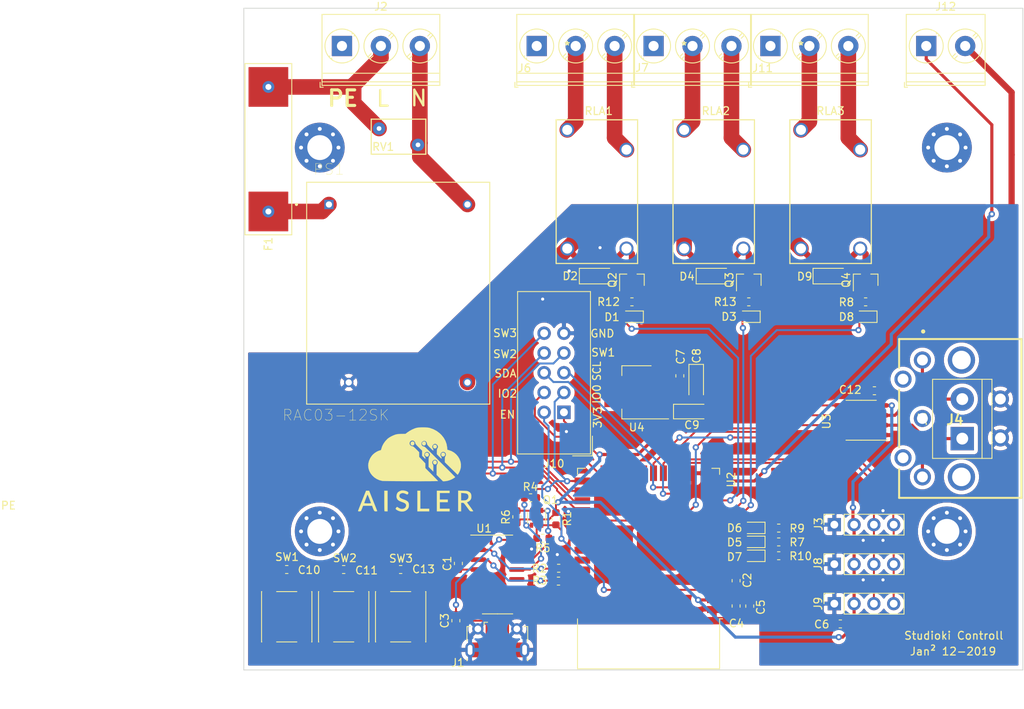
<source format=kicad_pcb>
(kicad_pcb (version 20171130) (host pcbnew "(5.1.4)-1")
  (layers (0 F.Cu signal) (31 B.Cu signal) (34 B.Paste user) (35 F.Paste user) (36 B.SilkS user) (37 F.SilkS user) (38 B.Mask user) (39 F.Mask user) (44 Edge.Cuts user))
  (net 0 "")
  (net 1 GND)
  (net 2 "Net-(C1-Pad1)")
  (net 3 EN)
  (net 4 "Net-(C3-Pad2)")
  (net 5 +3V3)
  (net 6 "Net-(R2-Pad2)")
  (net 7 USB_TX)
  (net 8 "Net-(R3-Pad2)")
  (net 9 USB_RX)
  (net 10 "Net-(Q1-Pad4)")
  (net 11 "Net-(Q1-Pad2)")
  (net 12 "Net-(Q1-Pad1)")
  (net 13 "Net-(Q1-Pad5)")
  (net 14 IO0)
  (net 15 "Net-(U1-Pad15)")
  (net 16 "Net-(U1-Pad12)")
  (net 17 "Net-(U1-Pad11)")
  (net 18 "Net-(U1-Pad10)")
  (net 19 "Net-(U1-Pad9)")
  (net 20 "Net-(U1-Pad8)")
  (net 21 "Net-(U1-Pad7)")
  (net 22 "Net-(J1-Pad2)")
  (net 23 "Net-(J1-Pad3)")
  (net 24 SDA)
  (net 25 SCL)
  (net 26 "Net-(U2-Pad33)")
  (net 27 "Net-(U2-Pad32)")
  (net 28 SW3)
  (net 29 SW2)
  (net 30 SW1)
  (net 31 "Net-(U2-Pad22)")
  (net 32 "Net-(U2-Pad21)")
  (net 33 "Net-(U2-Pad20)")
  (net 34 "Net-(U2-Pad6)")
  (net 35 "Net-(U2-Pad5)")
  (net 36 "Net-(U2-Pad4)")
  (net 37 "Net-(J1-Pad4)")
  (net 38 "Net-(J4-Pad5)")
  (net 39 "Net-(J4-Pad4)")
  (net 40 "Net-(J4-Pad3)")
  (net 41 "Net-(J4-Pad2)")
  (net 42 "Net-(J4-Pad1)")
  (net 43 SPI_SS)
  (net 44 SPI_MISO)
  (net 45 SPI_SCK)
  (net 46 RELAY1)
  (net 47 "Net-(D2-Pad2)")
  (net 48 RELAY2)
  (net 49 "Net-(D4-Pad2)")
  (net 50 "Net-(F1-Pad2)")
  (net 51 230V-L)
  (net 52 230V-N)
  (net 53 /230V-Relay/OUTPUT-A)
  (net 54 +12V)
  (net 55 /sheet5DF55D65/OUTPUT-A)
  (net 56 LED1)
  (net 57 LED2)
  (net 58 LED3)
  (net 59 "Net-(D9-Pad2)")
  (net 60 PE)
  (net 61 /sheet5DF376A8/OUTPUT-A)
  (net 62 RELAY3)
  (net 63 "Net-(U2-Pad36)")
  (net 64 "Net-(U2-Pad23)")
  (net 65 "Net-(U2-Pad13)")
  (net 66 "Net-(U2-Pad31)")
  (net 67 "Net-(U2-Pad37)")
  (net 68 "Net-(U2-Pad30)")
  (net 69 IO2)
  (net 70 "Net-(D5-Pad1)")
  (net 71 "Net-(D6-Pad1)")
  (net 72 "Net-(D7-Pad1)")
  (net 73 DOOR)
  (net 74 /230V-Relay/OUTPUT-B)
  (net 75 "Net-(J6-Pad1)")
  (net 76 /sheet5DF55D65/OUTPUT-B)
  (net 77 "Net-(J7-Pad1)")
  (net 78 /sheet5DF376A8/OUTPUT-B)
  (net 79 "Net-(J11-Pad1)")
  (module RAC03-12SK:CONV_RAC03-12SK (layer F.Cu) (at 196.85 85.09)
    (fp_text reference PS1 (at -8.894 -15.909) (layer F.SilkS) (effects (font (size 1.4 1.4) (thickness 0.05))))
    (fp_text value RAC03-12SK (at -8.005 15.671) (layer F.SilkS) (effects (font (size 1.4 1.4) (thickness 0.05))))
    (pad 2 thru_hole circle (at -6.35 11.47 270) (size 1.2 1.2) (drill 0.8) (layers *.Cu *.Mask) (net 1 GND))
    (pad 3 thru_hole circle (at 8.89 11.47 270) (size 1.2 1.2) (drill 0.8) (layers *.Cu *.Mask) (net 54 +12V))
    (pad 4 thru_hole circle (at 8.89 -11.39 270) (size 1.2 1.2) (drill 0.8) (layers *.Cu *.Mask) (net 52 230V-N))
    (pad 1 thru_hole rect (at -8.89 -11.39 270) (size 1.2 1.2) (drill 0.8) (layers *.Cu *.Mask) (net 51 230V-L))
  )
  (module StudiokiController:57PC5FS (layer F.Cu) (at 276.85 101.185 180)
    (fp_text reference J4 (at 8.5334 -0.1684) (layer F.SilkS) (effects (font (size 1.27 1.27) (thickness 0.254))))
    (fp_text value 57PC5FS hide)
    (pad 9 thru_hole circle (at 7.7 -7.505 180) (size 3.5 3.5) (drill 2.39) (layers *.Cu *.Mask))
    (pad 8 thru_hole circle (at 7.7 7.505 180) (size 3.5 3.5) (drill 2.39) (layers *.Cu *.Mask))
    (pad 7 thru_hole circle (at 2.7 -2.5 180) (size 2.2 2.2) (drill 1.4) (layers *.Cu *.Mask) (net 1 GND))
    (pad 6 thru_hole circle (at 2.7 2.5 180) (size 2.2 2.2) (drill 1.4) (layers *.Cu *.Mask) (net 1 GND))
    (pad 5 thru_hole circle (at 15.2 -5.05 180) (size 2.2 2.2) (drill 1.4) (layers *.Cu *.Mask) (net 38 "Net-(J4-Pad5)"))
    (pad 4 thru_hole circle (at 15.2 5.05 180) (size 2.2 2.2) (drill 1.4) (layers *.Cu *.Mask) (net 39 "Net-(J4-Pad4)"))
    (pad 3 thru_hole circle (at 12.71 -7.505 180) (size 2.2 2.2) (drill 1.4) (layers *.Cu *.Mask) (net 40 "Net-(J4-Pad3)"))
    (pad 2 thru_hole circle (at 12.71 0 180) (size 2.2 2.2) (drill 1.4) (layers *.Cu *.Mask) (net 41 "Net-(J4-Pad2)"))
    (pad 1 thru_hole circle (at 12.71 7.505 180) (size 2.2 2.2) (drill 1.4) (layers *.Cu *.Mask) (net 42 "Net-(J4-Pad1)"))
  )
  (module TerminalBlock_Phoenix:TerminalBlock_Phoenix_PT-1,5-2-5.0-H_1x02_P5.00mm_Horizontal (layer F.Cu) (at 264.629999 53.34)
    (fp_text reference J12 (at 2.5 -5.06) (layer F.SilkS))
    (fp_text value Screw_Terminal_01x02)
    (pad 2 thru_hole circle (at 5 0) (size 2.6 2.6) (drill 1.3) (layers *.Cu *.Mask) (net 1 GND))
    (pad 1 thru_hole rect (at 0 0) (size 2.6 2.6) (drill 1.3) (layers *.Cu *.Mask) (net 73 DOOR))
  )
  (module Varistor:RV_Disc_D7mm_W4.5mm_P5mm (layer F.Cu) (at 199.39 66.04 180)
    (fp_text reference RV1 (at 4.4704 -0.254) (layer F.SilkS))
    (fp_text value MOV-07D391KTR)
    (pad 2 thru_hole circle (at 5 2.1 180) (size 1.6 1.6) (drill 0.6) (layers *.Cu *.Mask) (net 50 "Net-(F1-Pad2)"))
    (pad 1 thru_hole circle (at 0 0 180) (size 1.6 1.6) (drill 0.6) (layers *.Cu *.Mask) (net 52 230V-N))
  )
  (module MountingHole:MountingHole_3.2mm_M3_Pad_Via (layer F.Cu) (at 186.78 66.39)
    (fp_text reference H1 hide)
    (fp_text value MountingHole)
    (pad 1 thru_hole circle (at 1.697056 -1.697056) (size 0.8 0.8) (drill 0.5) (layers *.Cu *.Mask))
    (pad 1 thru_hole circle (at 0 -2.4) (size 0.8 0.8) (drill 0.5) (layers *.Cu *.Mask))
    (pad 1 thru_hole circle (at -1.697056 -1.697056) (size 0.8 0.8) (drill 0.5) (layers *.Cu *.Mask))
    (pad 1 thru_hole circle (at -2.4 0) (size 0.8 0.8) (drill 0.5) (layers *.Cu *.Mask))
    (pad 1 thru_hole circle (at -1.697056 1.697056) (size 0.8 0.8) (drill 0.5) (layers *.Cu *.Mask))
    (pad 1 thru_hole circle (at 0 2.4) (size 0.8 0.8) (drill 0.5) (layers *.Cu *.Mask))
    (pad 1 thru_hole circle (at 1.697056 1.697056) (size 0.8 0.8) (drill 0.5) (layers *.Cu *.Mask))
    (pad 1 thru_hole circle (at 2.4 0) (size 0.8 0.8) (drill 0.5) (layers *.Cu *.Mask))
    (pad 1 thru_hole circle (at 0 0) (size 6.4 6.4) (drill 3.2) (layers *.Cu *.Mask))
  )
  (module Connector_PinSocket_2.54mm:PinSocket_1x04_P2.54mm_Vertical (layer F.Cu) (at 252.832 124.9762 90)
    (fp_text reference J9 (at 0.0082 -2.0832 90) (layer F.SilkS))
    (fp_text value Conn_01x04_Female)
    (pad 4 thru_hole oval (at 0 7.62 90) (size 1.7 1.7) (drill 1) (layers *.Cu *.Mask) (net 24 SDA))
    (pad 3 thru_hole oval (at 0 5.08 90) (size 1.7 1.7) (drill 1) (layers *.Cu *.Mask) (net 25 SCL))
    (pad 2 thru_hole oval (at 0 2.54 90) (size 1.7 1.7) (drill 1) (layers *.Cu *.Mask) (net 5 +3V3))
    (pad 1 thru_hole rect (at 0 0 90) (size 1.7 1.7) (drill 1) (layers *.Cu *.Mask) (net 1 GND))
  )
  (module Connector_PinSocket_2.54mm:PinSocket_1x04_P2.54mm_Vertical (layer F.Cu) (at 252.832 119.9012 90)
    (fp_text reference J8 (at 0.0132 -2.0832 90) (layer F.SilkS))
    (fp_text value Conn_01x04_Female)
    (pad 4 thru_hole oval (at 0 7.62 90) (size 1.7 1.7) (drill 1) (layers *.Cu *.Mask) (net 24 SDA))
    (pad 3 thru_hole oval (at 0 5.08 90) (size 1.7 1.7) (drill 1) (layers *.Cu *.Mask) (net 25 SCL))
    (pad 2 thru_hole oval (at 0 2.54 90) (size 1.7 1.7) (drill 1) (layers *.Cu *.Mask) (net 5 +3V3))
    (pad 1 thru_hole rect (at 0 0 90) (size 1.7 1.7) (drill 1) (layers *.Cu *.Mask) (net 1 GND))
  )
  (module Connector_PinSocket_2.54mm:PinSocket_1x04_P2.54mm_Vertical (layer F.Cu) (at 252.832 114.8262 90)
    (fp_text reference J3 (at 0.069 -2.0324 90) (layer F.SilkS))
    (fp_text value Conn_01x04_Female)
    (pad 4 thru_hole oval (at 0 7.62 90) (size 1.7 1.7) (drill 1) (layers *.Cu *.Mask) (net 24 SDA))
    (pad 3 thru_hole oval (at 0 5.08 90) (size 1.7 1.7) (drill 1) (layers *.Cu *.Mask) (net 25 SCL))
    (pad 2 thru_hole oval (at 0 2.54 90) (size 1.7 1.7) (drill 1) (layers *.Cu *.Mask) (net 5 +3V3))
    (pad 1 thru_hole rect (at 0 0 90) (size 1.7 1.7) (drill 1) (layers *.Cu *.Mask) (net 1 GND))
  )
  (module StudiokiController:Aisler_Logo (layer F.Cu) (at 199.0852 107.696)
    (fp_text reference G*** hide)
    (fp_text value LOGO hide)
  )
  (module Resistor_SMD:R_0603_1608Metric (layer F.Cu) (at 245.6943 118.8212 180)
    (fp_text reference R10 (at -2.8193 -0.0508) (layer F.SilkS))
    (fp_text value 100)
    (pad 2 smd roundrect (at 0.7875 0 180) (size 0.875 0.95) (layers F.Cu F.Paste F.Mask) (net 72 "Net-(D7-Pad1)"))
    (pad 1 smd roundrect (at -0.7875 0 180) (size 0.875 0.95) (layers F.Cu F.Paste F.Mask) (net 1 GND))
  )
  (module Resistor_SMD:R_0603_1608Metric (layer F.Cu) (at 245.6943 115.2652 180)
    (fp_text reference R9 (at -2.3621 -0.0508) (layer F.SilkS))
    (fp_text value 100)
    (pad 2 smd roundrect (at 0.7875 0 180) (size 0.875 0.95) (layers F.Cu F.Paste F.Mask) (net 71 "Net-(D6-Pad1)"))
    (pad 1 smd roundrect (at -0.7875 0 180) (size 0.875 0.95) (layers F.Cu F.Paste F.Mask) (net 1 GND))
  )
  (module Resistor_SMD:R_0603_1608Metric (layer F.Cu) (at 245.6943 117.0432 180)
    (fp_text reference R7 (at -2.3621 -0.0508) (layer F.SilkS))
    (fp_text value 100)
    (pad 2 smd roundrect (at 0.7875 0 180) (size 0.875 0.95) (layers F.Cu F.Paste F.Mask) (net 70 "Net-(D5-Pad1)"))
    (pad 1 smd roundrect (at -0.7875 0 180) (size 0.875 0.95) (layers F.Cu F.Paste F.Mask) (net 1 GND))
  )
  (module MountingHole:MountingHole_3.2mm_M3_Pad_Via (layer F.Cu) (at 267.279999 115.689999)
    (fp_text reference H4 hide)
    (fp_text value MountingHole)
    (pad 1 thru_hole circle (at 1.697056 -1.697056) (size 0.8 0.8) (drill 0.5) (layers *.Cu *.Mask))
    (pad 1 thru_hole circle (at 0 -2.4) (size 0.8 0.8) (drill 0.5) (layers *.Cu *.Mask))
    (pad 1 thru_hole circle (at -1.697056 -1.697056) (size 0.8 0.8) (drill 0.5) (layers *.Cu *.Mask))
    (pad 1 thru_hole circle (at -2.4 0) (size 0.8 0.8) (drill 0.5) (layers *.Cu *.Mask))
    (pad 1 thru_hole circle (at -1.697056 1.697056) (size 0.8 0.8) (drill 0.5) (layers *.Cu *.Mask))
    (pad 1 thru_hole circle (at 0 2.4) (size 0.8 0.8) (drill 0.5) (layers *.Cu *.Mask))
    (pad 1 thru_hole circle (at 1.697056 1.697056) (size 0.8 0.8) (drill 0.5) (layers *.Cu *.Mask))
    (pad 1 thru_hole circle (at 2.4 0) (size 0.8 0.8) (drill 0.5) (layers *.Cu *.Mask))
    (pad 1 thru_hole circle (at 0 0) (size 6.4 6.4) (drill 3.2) (layers *.Cu *.Mask))
  )
  (module MountingHole:MountingHole_3.2mm_M3_Pad_Via (layer F.Cu) (at 267.279999 66.39)
    (fp_text reference H3 hide)
    (fp_text value MountingHole)
    (pad 1 thru_hole circle (at 1.697056 -1.697056) (size 0.8 0.8) (drill 0.5) (layers *.Cu *.Mask))
    (pad 1 thru_hole circle (at 0 -2.4) (size 0.8 0.8) (drill 0.5) (layers *.Cu *.Mask))
    (pad 1 thru_hole circle (at -1.697056 -1.697056) (size 0.8 0.8) (drill 0.5) (layers *.Cu *.Mask))
    (pad 1 thru_hole circle (at -2.4 0) (size 0.8 0.8) (drill 0.5) (layers *.Cu *.Mask))
    (pad 1 thru_hole circle (at -1.697056 1.697056) (size 0.8 0.8) (drill 0.5) (layers *.Cu *.Mask))
    (pad 1 thru_hole circle (at 0 2.4) (size 0.8 0.8) (drill 0.5) (layers *.Cu *.Mask))
    (pad 1 thru_hole circle (at 1.697056 1.697056) (size 0.8 0.8) (drill 0.5) (layers *.Cu *.Mask))
    (pad 1 thru_hole circle (at 2.4 0) (size 0.8 0.8) (drill 0.5) (layers *.Cu *.Mask))
    (pad 1 thru_hole circle (at 0 0) (size 6.4 6.4) (drill 3.2) (layers *.Cu *.Mask))
  )
  (module MountingHole:MountingHole_3.2mm_M3_Pad_Via (layer F.Cu) (at 186.78 115.689999)
    (fp_text reference H2 hide)
    (fp_text value MountingHole)
    (pad 1 thru_hole circle (at 1.697056 -1.697056) (size 0.8 0.8) (drill 0.5) (layers *.Cu *.Mask))
    (pad 1 thru_hole circle (at 0 -2.4) (size 0.8 0.8) (drill 0.5) (layers *.Cu *.Mask))
    (pad 1 thru_hole circle (at -1.697056 -1.697056) (size 0.8 0.8) (drill 0.5) (layers *.Cu *.Mask))
    (pad 1 thru_hole circle (at -2.4 0) (size 0.8 0.8) (drill 0.5) (layers *.Cu *.Mask))
    (pad 1 thru_hole circle (at -1.697056 1.697056) (size 0.8 0.8) (drill 0.5) (layers *.Cu *.Mask))
    (pad 1 thru_hole circle (at 0 2.4) (size 0.8 0.8) (drill 0.5) (layers *.Cu *.Mask))
    (pad 1 thru_hole circle (at 1.697056 1.697056) (size 0.8 0.8) (drill 0.5) (layers *.Cu *.Mask))
    (pad 1 thru_hole circle (at 2.4 0) (size 0.8 0.8) (drill 0.5) (layers *.Cu *.Mask))
    (pad 1 thru_hole circle (at 0 0) (size 6.4 6.4) (drill 3.2) (layers *.Cu *.Mask))
  )
  (module Connector_IDC:IDC-Header_2x05_P2.54mm_Vertical (layer F.Cu) (at 218.1225 100.3935 180)
    (fp_text reference J10 (at 1.27 -6.604) (layer F.SilkS))
    (fp_text value Conn_01x10_Male)
    (pad 10 thru_hole oval (at 2.54 10.16 180) (size 1.7272 1.7272) (drill 1.016) (layers *.Cu *.Mask) (net 28 SW3))
    (pad 9 thru_hole oval (at 0 10.16 180) (size 1.7272 1.7272) (drill 1.016) (layers *.Cu *.Mask) (net 1 GND))
    (pad 8 thru_hole oval (at 2.54 7.62 180) (size 1.7272 1.7272) (drill 1.016) (layers *.Cu *.Mask) (net 29 SW2))
    (pad 7 thru_hole oval (at 0 7.62 180) (size 1.7272 1.7272) (drill 1.016) (layers *.Cu *.Mask) (net 30 SW1))
    (pad 6 thru_hole oval (at 2.54 5.08 180) (size 1.7272 1.7272) (drill 1.016) (layers *.Cu *.Mask) (net 24 SDA))
    (pad 5 thru_hole oval (at 0 5.08 180) (size 1.7272 1.7272) (drill 1.016) (layers *.Cu *.Mask) (net 25 SCL))
    (pad 4 thru_hole oval (at 2.54 2.54 180) (size 1.7272 1.7272) (drill 1.016) (layers *.Cu *.Mask) (net 69 IO2))
    (pad 3 thru_hole oval (at 0 2.54 180) (size 1.7272 1.7272) (drill 1.016) (layers *.Cu *.Mask) (net 14 IO0))
    (pad 2 thru_hole oval (at 2.54 0 180) (size 1.7272 1.7272) (drill 1.016) (layers *.Cu *.Mask) (net 3 EN))
    (pad 1 thru_hole rect (at 0 0 180) (size 1.7272 1.7272) (drill 1.016) (layers *.Cu *.Mask) (net 5 +3V3))
  )
  (module Package_SO:SOIC-16_3.9x9.9mm_P1.27mm (layer F.Cu) (at 209.6 121.225)
    (fp_text reference U1 (at -1.7264 -5.909) (layer F.SilkS))
    (fp_text value CH340C)
    (pad 16 smd roundrect (at 2.475 -4.445) (size 1.95 0.6) (layers F.Cu F.Paste F.Mask) (net 4 "Net-(C3-Pad2)"))
    (pad 15 smd roundrect (at 2.475 -3.175) (size 1.95 0.6) (layers F.Cu F.Paste F.Mask) (net 15 "Net-(U1-Pad15)"))
    (pad 14 smd roundrect (at 2.475 -1.905) (size 1.95 0.6) (layers F.Cu F.Paste F.Mask) (net 12 "Net-(Q1-Pad1)"))
    (pad 13 smd roundrect (at 2.475 -0.635) (size 1.95 0.6) (layers F.Cu F.Paste F.Mask) (net 10 "Net-(Q1-Pad4)"))
    (pad 12 smd roundrect (at 2.475 0.635) (size 1.95 0.6) (layers F.Cu F.Paste F.Mask) (net 16 "Net-(U1-Pad12)"))
    (pad 11 smd roundrect (at 2.475 1.905) (size 1.95 0.6) (layers F.Cu F.Paste F.Mask) (net 17 "Net-(U1-Pad11)"))
    (pad 10 smd roundrect (at 2.475 3.175) (size 1.95 0.6) (layers F.Cu F.Paste F.Mask) (net 18 "Net-(U1-Pad10)"))
    (pad 9 smd roundrect (at 2.475 4.445) (size 1.95 0.6) (layers F.Cu F.Paste F.Mask) (net 19 "Net-(U1-Pad9)"))
    (pad 8 smd roundrect (at -2.475 4.445) (size 1.95 0.6) (layers F.Cu F.Paste F.Mask) (net 20 "Net-(U1-Pad8)"))
    (pad 7 smd roundrect (at -2.475 3.175) (size 1.95 0.6) (layers F.Cu F.Paste F.Mask) (net 21 "Net-(U1-Pad7)"))
    (pad 6 smd roundrect (at -2.475 1.905) (size 1.95 0.6) (layers F.Cu F.Paste F.Mask) (net 22 "Net-(J1-Pad2)"))
    (pad 5 smd roundrect (at -2.475 0.635) (size 1.95 0.6) (layers F.Cu F.Paste F.Mask) (net 23 "Net-(J1-Pad3)"))
    (pad 4 smd roundrect (at -2.475 -0.635) (size 1.95 0.6) (layers F.Cu F.Paste F.Mask) (net 2 "Net-(C1-Pad1)"))
    (pad 3 smd roundrect (at -2.475 -1.905) (size 1.95 0.6) (layers F.Cu F.Paste F.Mask) (net 8 "Net-(R3-Pad2)"))
    (pad 2 smd roundrect (at -2.475 -3.175) (size 1.95 0.6) (layers F.Cu F.Paste F.Mask) (net 6 "Net-(R2-Pad2)"))
    (pad 1 smd roundrect (at -2.475 -4.445) (size 1.95 0.6) (layers F.Cu F.Paste F.Mask) (net 1 GND))
  )
  (module StudiokiController:OJE-SH-112HM_000 (layer F.Cu) (at 256.151799 79.978)
    (fp_text reference RLA3 (at -3.81 -18.288) (layer F.SilkS))
    (fp_text value OJE-SH-112HM_000 hide)
    (fp_text user * (at -7.6 -26.666668) (layer F.SilkS))
    (fp_text user * (at -7.6 -26.666668) (layer F.SilkS))
    (pad 4 thru_hole circle (at 0 -13.320003) (size 1.8034 1.8034) (drill 1.2954) (layers *.Cu *.Mask) (net 61 /sheet5DF376A8/OUTPUT-A))
    (pad 3 thru_hole circle (at 0 -0.620003) (size 1.8034 1.8034) (drill 1.2954) (layers *.Cu *.Mask) (net 59 "Net-(D9-Pad2)"))
    (pad 2 thru_hole circle (at -7.6 -0.620003) (size 1.8034 1.8034) (drill 1.2954) (layers *.Cu *.Mask) (net 54 +12V))
    (pad 1 thru_hole circle (at -7.6 -15.860003) (size 1.8034 1.8034) (drill 1.2954) (layers *.Cu *.Mask) (net 78 /sheet5DF376A8/OUTPUT-B))
  )
  (module Resistor_SMD:R_0603_1608Metric (layer F.Cu) (at 256.851799 86.2086)
    (fp_text reference R8 (at -2.4638 0.0508) (layer F.SilkS))
    (fp_text value 10k)
    (pad 2 smd roundrect (at 0.7875 0) (size 0.875 0.95) (layers F.Cu F.Paste F.Mask) (net 1 GND))
    (pad 1 smd roundrect (at -0.7875 0) (size 0.875 0.95) (layers F.Cu F.Paste F.Mask) (net 62 RELAY3))
  )
  (module Capacitor_SMD:C_0603_1608Metric (layer F.Cu) (at 182.5408 120.5894 180)
    (fp_text reference C10 (at -2.8792 -0.0606) (layer F.SilkS))
    (fp_text value 100nF)
    (pad 2 smd roundrect (at 0.7875 0 180) (size 0.875 0.95) (layers F.Cu F.Paste F.Mask) (net 30 SW1))
    (pad 1 smd roundrect (at -0.7875 0 180) (size 0.875 0.95) (layers F.Cu F.Paste F.Mask) (net 1 GND))
  )
  (module RF_Module:ESP32-WROOM-32 (layer F.Cu) (at 228.987 117.473 180)
    (fp_text reference U2 (at -10.61 8.43 90) (layer F.SilkS))
    (fp_text value ESP32-WROOM-32D)
    (pad 38 smd rect (at 8.5 -8.255 180) (size 2 0.9) (layers F.Cu F.Paste F.Mask) (net 1 GND))
    (pad 37 smd rect (at 8.5 -6.985 180) (size 2 0.9) (layers F.Cu F.Paste F.Mask) (net 67 "Net-(U2-Pad37)"))
    (pad 36 smd rect (at 8.5 -5.715 180) (size 2 0.9) (layers F.Cu F.Paste F.Mask) (net 63 "Net-(U2-Pad36)"))
    (pad 35 smd rect (at 8.5 -4.445 180) (size 2 0.9) (layers F.Cu F.Paste F.Mask) (net 9 USB_RX))
    (pad 34 smd rect (at 8.5 -3.175 180) (size 2 0.9) (layers F.Cu F.Paste F.Mask) (net 7 USB_TX))
    (pad 33 smd rect (at 8.5 -1.905 180) (size 2 0.9) (layers F.Cu F.Paste F.Mask) (net 26 "Net-(U2-Pad33)"))
    (pad 32 smd rect (at 8.5 -0.635 180) (size 2 0.9) (layers F.Cu F.Paste F.Mask) (net 27 "Net-(U2-Pad32)"))
    (pad 31 smd rect (at 8.5 0.635 180) (size 2 0.9) (layers F.Cu F.Paste F.Mask) (net 66 "Net-(U2-Pad31)"))
    (pad 30 smd rect (at 8.5 1.905 180) (size 2 0.9) (layers F.Cu F.Paste F.Mask) (net 68 "Net-(U2-Pad30)"))
    (pad 29 smd rect (at 8.5 3.175 180) (size 2 0.9) (layers F.Cu F.Paste F.Mask) (net 43 SPI_SS))
    (pad 28 smd rect (at 8.5 4.445 180) (size 2 0.9) (layers F.Cu F.Paste F.Mask) (net 28 SW3))
    (pad 27 smd rect (at 8.5 5.715 180) (size 2 0.9) (layers F.Cu F.Paste F.Mask) (net 29 SW2))
    (pad 26 smd rect (at 8.5 6.985 180) (size 2 0.9) (layers F.Cu F.Paste F.Mask) (net 30 SW1))
    (pad 25 smd rect (at 8.5 8.255 180) (size 2 0.9) (layers F.Cu F.Paste F.Mask) (net 14 IO0))
    (pad 24 smd rect (at 5.715 9.255 270) (size 2 0.9) (layers F.Cu F.Paste F.Mask) (net 69 IO2))
    (pad 23 smd rect (at 4.445 9.255 270) (size 2 0.9) (layers F.Cu F.Paste F.Mask) (net 64 "Net-(U2-Pad23)"))
    (pad 22 smd rect (at 3.175 9.255 270) (size 2 0.9) (layers F.Cu F.Paste F.Mask) (net 31 "Net-(U2-Pad22)"))
    (pad 21 smd rect (at 1.905 9.255 270) (size 2 0.9) (layers F.Cu F.Paste F.Mask) (net 32 "Net-(U2-Pad21)"))
    (pad 20 smd rect (at 0.635 9.255 270) (size 2 0.9) (layers F.Cu F.Paste F.Mask) (net 33 "Net-(U2-Pad20)"))
    (pad 19 smd rect (at -0.635 9.255 270) (size 2 0.9) (layers F.Cu F.Paste F.Mask) (net 44 SPI_MISO))
    (pad 18 smd rect (at -1.905 9.255 270) (size 2 0.9) (layers F.Cu F.Paste F.Mask) (net 45 SPI_SCK))
    (pad 17 smd rect (at -3.175 9.255 270) (size 2 0.9) (layers F.Cu F.Paste F.Mask) (net 24 SDA))
    (pad 16 smd rect (at -4.445 9.255 270) (size 2 0.9) (layers F.Cu F.Paste F.Mask) (net 25 SCL))
    (pad 15 smd rect (at -5.715 9.255 270) (size 2 0.9) (layers F.Cu F.Paste F.Mask) (net 1 GND))
    (pad 14 smd rect (at -8.5 8.255 180) (size 2 0.9) (layers F.Cu F.Paste F.Mask) (net 73 DOOR))
    (pad 13 smd rect (at -8.5 6.985 180) (size 2 0.9) (layers F.Cu F.Paste F.Mask) (net 65 "Net-(U2-Pad13)"))
    (pad 12 smd rect (at -8.5 5.715 180) (size 2 0.9) (layers F.Cu F.Paste F.Mask) (net 46 RELAY1))
    (pad 11 smd rect (at -8.5 4.445 180) (size 2 0.9) (layers F.Cu F.Paste F.Mask) (net 48 RELAY2))
    (pad 10 smd rect (at -8.5 3.175 180) (size 2 0.9) (layers F.Cu F.Paste F.Mask) (net 62 RELAY3))
    (pad 9 smd rect (at -8.5 1.905 180) (size 2 0.9) (layers F.Cu F.Paste F.Mask) (net 57 LED2))
    (pad 8 smd rect (at -8.5 0.635 180) (size 2 0.9) (layers F.Cu F.Paste F.Mask) (net 56 LED1))
    (pad 7 smd rect (at -8.5 -0.635 180) (size 2 0.9) (layers F.Cu F.Paste F.Mask) (net 58 LED3))
    (pad 6 smd rect (at -8.5 -1.905 180) (size 2 0.9) (layers F.Cu F.Paste F.Mask) (net 34 "Net-(U2-Pad6)"))
    (pad 5 smd rect (at -8.5 -3.175 180) (size 2 0.9) (layers F.Cu F.Paste F.Mask) (net 35 "Net-(U2-Pad5)"))
    (pad 4 smd rect (at -8.5 -4.445 180) (size 2 0.9) (layers F.Cu F.Paste F.Mask) (net 36 "Net-(U2-Pad4)"))
    (pad 3 smd rect (at -8.5 -5.715 180) (size 2 0.9) (layers F.Cu F.Paste F.Mask) (net 3 EN))
    (pad 2 smd rect (at -8.5 -6.985 180) (size 2 0.9) (layers F.Cu F.Paste F.Mask) (net 5 +3V3))
    (pad 1 smd rect (at -8.5 -8.255 180) (size 2 0.9) (layers F.Cu F.Paste F.Mask) (net 1 GND))
    (pad 39 smd rect (at -1 -0.755 180) (size 5 5) (layers F.Cu F.Paste F.Mask))
  )
  (module Button_Switch_SMD:SW_SPST_PTS645 (layer F.Cu) (at 197.1656 126.6588 90)
    (fp_text reference SW3 (at 7.482 0.04 180) (layer F.SilkS))
    (fp_text value SW_Push)
    (pad 2 smd rect (at 3.98 2.25 90) (size 1.55 1.3) (layers F.Cu F.Paste F.Mask) (net 1 GND))
    (pad 1 smd rect (at 3.98 -2.25 90) (size 1.55 1.3) (layers F.Cu F.Paste F.Mask) (net 28 SW3))
    (pad 1 smd rect (at -3.98 -2.25 90) (size 1.55 1.3) (layers F.Cu F.Paste F.Mask) (net 28 SW3))
    (pad 2 smd rect (at -3.98 2.25 90) (size 1.55 1.3) (layers F.Cu F.Paste F.Mask) (net 1 GND))
  )
  (module Button_Switch_SMD:SW_SPST_PTS645 (layer F.Cu) (at 189.8532 126.6588 90)
    (fp_text reference SW2 (at 7.5328 0.1388 180) (layer F.SilkS))
    (fp_text value SW_Push)
    (pad 2 smd rect (at 3.98 2.25 90) (size 1.55 1.3) (layers F.Cu F.Paste F.Mask) (net 1 GND))
    (pad 1 smd rect (at 3.98 -2.25 90) (size 1.55 1.3) (layers F.Cu F.Paste F.Mask) (net 29 SW2))
    (pad 1 smd rect (at -3.98 -2.25 90) (size 1.55 1.3) (layers F.Cu F.Paste F.Mask) (net 29 SW2))
    (pad 2 smd rect (at -3.98 2.25 90) (size 1.55 1.3) (layers F.Cu F.Paste F.Mask) (net 1 GND))
  )
  (module Button_Switch_SMD:SW_SPST_PTS645 (layer F.Cu) (at 182.5408 126.6588 90)
    (fp_text reference SW1 (at 7.6852 0.0344 180) (layer F.SilkS))
    (fp_text value SW_Push)
    (pad 2 smd rect (at 3.98 2.25 90) (size 1.55 1.3) (layers F.Cu F.Paste F.Mask) (net 1 GND))
    (pad 1 smd rect (at 3.98 -2.25 90) (size 1.55 1.3) (layers F.Cu F.Paste F.Mask) (net 30 SW1))
    (pad 1 smd rect (at -3.98 -2.25 90) (size 1.55 1.3) (layers F.Cu F.Paste F.Mask) (net 30 SW1))
    (pad 2 smd rect (at -3.98 2.25 90) (size 1.55 1.3) (layers F.Cu F.Paste F.Mask) (net 1 GND))
  )
  (module Package_TO_SOT_SMD:SOT-223 (layer F.Cu) (at 227.466 97.827 180)
    (fp_text reference U4 (at 0 -4.5) (layer F.SilkS))
    (fp_text value AZ1117-3.3)
    (pad 1 smd rect (at -3.15 -2.3 180) (size 2 1.5) (layers F.Cu F.Paste F.Mask) (net 1 GND))
    (pad 3 smd rect (at -3.15 2.3 180) (size 2 1.5) (layers F.Cu F.Paste F.Mask) (net 54 +12V))
    (pad 2 smd rect (at -3.15 0 180) (size 2 1.5) (layers F.Cu F.Paste F.Mask) (net 5 +3V3))
    (pad 4 smd rect (at 3.15 0 180) (size 2 3.8) (layers F.Cu F.Paste F.Mask))
  )
  (module LED_SMD:LED_0603_1608Metric (layer F.Cu) (at 256.831799 88.1164 180)
    (fp_text reference D8 (at 2.4384 -0.0254) (layer F.SilkS))
    (fp_text value LED)
    (pad 2 smd roundrect (at 0.7875 0 180) (size 0.875 0.95) (layers F.Cu F.Paste F.Mask) (net 62 RELAY3))
    (pad 1 smd roundrect (at -0.7875 0 180) (size 0.875 0.95) (layers F.Cu F.Paste F.Mask) (net 1 GND))
  )
  (module LED_SMD:LED_0603_1608Metric (layer F.Cu) (at 242.4565 115.247 180)
    (fp_text reference D6 (at 2.4265 -0.0182) (layer F.SilkS))
    (fp_text value LED)
    (pad 2 smd roundrect (at 0.7875 0 180) (size 0.875 0.95) (layers F.Cu F.Paste F.Mask) (net 57 LED2))
    (pad 1 smd roundrect (at -0.7875 0 180) (size 0.875 0.95) (layers F.Cu F.Paste F.Mask) (net 71 "Net-(D6-Pad1)"))
  )
  (module Diode_SMD:D_SOD-123 (layer F.Cu) (at 252.351799 82.9)
    (fp_text reference D9 (at -3.3274 0.0508) (layer F.SilkS))
    (fp_text value 1N4148W-TP)
    (pad 2 smd rect (at 1.65 0) (size 0.9 1.2) (layers F.Cu F.Paste F.Mask) (net 59 "Net-(D9-Pad2)"))
    (pad 1 smd rect (at -1.65 0) (size 0.9 1.2) (layers F.Cu F.Paste F.Mask) (net 54 +12V))
  )
  (module LED_SMD:LED_0603_1608Metric (layer F.Cu) (at 242.4565 117.0377 180)
    (fp_text reference D5 (at 2.4265 -0.0563) (layer F.SilkS))
    (fp_text value LED)
    (pad 2 smd roundrect (at 0.7875 0 180) (size 0.875 0.95) (layers F.Cu F.Paste F.Mask) (net 56 LED1))
    (pad 1 smd roundrect (at -0.7875 0 180) (size 0.875 0.95) (layers F.Cu F.Paste F.Mask) (net 70 "Net-(D5-Pad1)"))
  )
  (module Package_TO_SOT_SMD:SOT-23 (layer F.Cu) (at 256.851799 83.4 90)
    (fp_text reference Q4 (at 0 -2.5 90) (layer F.SilkS))
    (fp_text value PMV20XNE)
    (pad 3 smd rect (at 1 0 90) (size 0.9 0.8) (layers F.Cu F.Paste F.Mask) (net 59 "Net-(D9-Pad2)"))
    (pad 2 smd rect (at -1 0.95 90) (size 0.9 0.8) (layers F.Cu F.Paste F.Mask) (net 1 GND))
    (pad 1 smd rect (at -1 -0.95 90) (size 0.9 0.8) (layers F.Cu F.Paste F.Mask) (net 62 RELAY3))
  )
  (module LED_SMD:LED_0603_1608Metric (layer F.Cu) (at 242.4565 118.8284 180)
    (fp_text reference D7 (at 2.4265 -0.1452) (layer F.SilkS))
    (fp_text value LED)
    (pad 2 smd roundrect (at 0.7875 0 180) (size 0.875 0.95) (layers F.Cu F.Paste F.Mask) (net 58 LED3))
    (pad 1 smd roundrect (at -0.7875 0 180) (size 0.875 0.95) (layers F.Cu F.Paste F.Mask) (net 72 "Net-(D7-Pad1)"))
  )
  (module Resistor_SMD:R_0603_1608Metric (layer F.Cu) (at 213.8375 111.375 180)
    (fp_text reference R4 (at 0.0253 1.397) (layer F.SilkS))
    (fp_text value 10k)
    (pad 2 smd roundrect (at 0.7875 0 180) (size 0.875 0.95) (layers F.Cu F.Paste F.Mask) (net 10 "Net-(Q1-Pad4)"))
    (pad 1 smd roundrect (at -0.7875 0 180) (size 0.875 0.95) (layers F.Cu F.Paste F.Mask) (net 11 "Net-(Q1-Pad2)"))
  )
  (module Resistor_SMD:R_0603_1608Metric (layer F.Cu) (at 217.4246 122.0796 180)
    (fp_text reference R3 (at 2.413 0.0762) (layer F.SilkS))
    (fp_text value 100R)
    (pad 2 smd roundrect (at 0.7875 0 180) (size 0.875 0.95) (layers F.Cu F.Paste F.Mask) (net 8 "Net-(R3-Pad2)"))
    (pad 1 smd roundrect (at -0.7875 0 180) (size 0.875 0.95) (layers F.Cu F.Paste F.Mask) (net 9 USB_RX))
  )
  (module Resistor_SMD:R_0603_1608Metric (layer F.Cu) (at 217.4501 120.4286 180)
    (fp_text reference R2 (at 2.4639 -0.0254) (layer F.SilkS))
    (fp_text value 100R)
    (pad 2 smd roundrect (at 0.7875 0 180) (size 0.875 0.95) (layers F.Cu F.Paste F.Mask) (net 6 "Net-(R2-Pad2)"))
    (pad 1 smd roundrect (at -0.7875 0 180) (size 0.875 0.95) (layers F.Cu F.Paste F.Mask) (net 7 USB_TX))
  )
  (module Resistor_SMD:R_0603_1608Metric (layer F.Cu) (at 212.075 113.825 270)
    (fp_text reference R6 (at 0.0178 1.4074 90) (layer F.SilkS))
    (fp_text value 10k)
    (pad 2 smd roundrect (at 0.7875 0 270) (size 0.875 0.95) (layers F.Cu F.Paste F.Mask) (net 5 +3V3))
    (pad 1 smd roundrect (at -0.7875 0 270) (size 0.875 0.95) (layers F.Cu F.Paste F.Mask) (net 14 IO0))
  )
  (module Resistor_SMD:R_0603_1608Metric (layer F.Cu) (at 217.1 114.0625 270)
    (fp_text reference R1 (at 0 -1.43 90) (layer F.SilkS))
    (fp_text value 10k)
    (pad 2 smd roundrect (at 0.7875 0 270) (size 0.875 0.95) (layers F.Cu F.Paste F.Mask) (net 3 EN))
    (pad 1 smd roundrect (at -0.7875 0 270) (size 0.875 0.95) (layers F.Cu F.Paste F.Mask) (net 5 +3V3))
  )
  (module Capacitor_SMD:C_0603_1608Metric (layer F.Cu) (at 257.9779 97.629 180)
    (fp_text reference C12 (at 3.0989 0.127) (layer F.SilkS))
    (fp_text value 100nF)
    (pad 2 smd roundrect (at 0.7875 0 180) (size 0.875 0.95) (layers F.Cu F.Paste F.Mask) (net 1 GND))
    (pad 1 smd roundrect (at -0.7875 0 180) (size 0.875 0.95) (layers F.Cu F.Paste F.Mask) (net 5 +3V3))
  )
  (module TerminalBlock:TerminalBlock_bornier-2_P5.08mm (layer F.Cu) (at 269.2554 103.7758 90)
    (fp_text reference J5 (at 2.54 -5.08 90) (layer F.SilkS))
    (fp_text value Conn_01x02_Female)
    (pad 2 thru_hole circle (at 5.08 0 90) (size 3 3) (drill 1.52) (layers *.Cu *.Mask) (net 42 "Net-(J4-Pad1)"))
    (pad 1 thru_hole rect (at 0 0 90) (size 3 3) (drill 1.52) (layers *.Cu *.Mask) (net 40 "Net-(J4-Pad3)"))
  )
  (module Package_TO_SOT_SMD:SOT-363_SC-70-6 (layer F.Cu) (at 214.625 113.95 270)
    (fp_text reference Q1 (at -2.2916 -1.783 180) (layer F.SilkS))
    (fp_text value Q_DUAL_NPN_NPN_E1B1C2E2B2C1)
    (pad 6 smd rect (at 0.95 -0.65 270) (size 0.65 0.4) (layers F.Cu F.Paste F.Mask) (net 3 EN))
    (pad 4 smd rect (at 0.95 0.65 270) (size 0.65 0.4) (layers F.Cu F.Paste F.Mask) (net 10 "Net-(Q1-Pad4)"))
    (pad 2 smd rect (at -0.95 0 270) (size 0.65 0.4) (layers F.Cu F.Paste F.Mask) (net 11 "Net-(Q1-Pad2)"))
    (pad 5 smd rect (at 0.95 0 270) (size 0.65 0.4) (layers F.Cu F.Paste F.Mask) (net 13 "Net-(Q1-Pad5)"))
    (pad 3 smd rect (at -0.95 0.65 270) (size 0.65 0.4) (layers F.Cu F.Paste F.Mask) (net 14 IO0))
    (pad 1 smd rect (at -0.95 -0.65 270) (size 0.65 0.4) (layers F.Cu F.Paste F.Mask) (net 12 "Net-(Q1-Pad1)"))
  )
  (module Resistor_SMD:R_0603_1608Metric (layer F.Cu) (at 215.4125 116.575)
    (fp_text reference R5 (at 0 1.27) (layer F.SilkS))
    (fp_text value 10k)
    (pad 2 smd roundrect (at 0.7875 0) (size 0.875 0.95) (layers F.Cu F.Paste F.Mask) (net 12 "Net-(Q1-Pad1)"))
    (pad 1 smd roundrect (at -0.7875 0) (size 0.875 0.95) (layers F.Cu F.Paste F.Mask) (net 13 "Net-(Q1-Pad5)"))
  )
  (module Connector_USB:USB_Micro-B_Molex-105017-0001 (layer F.Cu) (at 209.575 129.675)
    (fp_text reference J1 (at -5.064 2.8885) (layer F.SilkS))
    (fp_text value USB_B_Mini)
    (pad 6 smd rect (at -2.9 1.2375) (size 1.2 1.9) (layers F.Cu F.Mask) (net 1 GND))
    (pad 6 smd rect (at 2.9 1.2375) (size 1.2 1.9) (layers F.Cu F.Mask) (net 1 GND))
    (pad 6 thru_hole oval (at 3.5 1.2375) (size 1.2 1.9) (drill oval 0.6 1.3) (layers *.Cu *.Mask) (net 1 GND))
    (pad 6 thru_hole oval (at -3.5 1.2375 180) (size 1.2 1.9) (drill oval 0.6 1.3) (layers *.Cu *.Mask) (net 1 GND))
    (pad 6 smd rect (at -1 1.2375) (size 1.5 1.9) (layers F.Cu F.Paste F.Mask) (net 1 GND))
    (pad 6 thru_hole circle (at 2.5 -1.4625) (size 1.45 1.45) (drill 0.85) (layers *.Cu *.Mask) (net 1 GND))
    (pad 3 smd rect (at 0 -1.4625) (size 0.4 1.35) (layers F.Cu F.Paste F.Mask) (net 23 "Net-(J1-Pad3)"))
    (pad 4 smd rect (at 0.65 -1.4625) (size 0.4 1.35) (layers F.Cu F.Paste F.Mask) (net 37 "Net-(J1-Pad4)"))
    (pad 5 smd rect (at 1.3 -1.4625) (size 0.4 1.35) (layers F.Cu F.Paste F.Mask) (net 1 GND))
    (pad 1 smd rect (at -1.3 -1.4625) (size 0.4 1.35) (layers F.Cu F.Paste F.Mask) (net 4 "Net-(C3-Pad2)"))
    (pad 2 smd rect (at -0.65 -1.4625) (size 0.4 1.35) (layers F.Cu F.Paste F.Mask) (net 22 "Net-(J1-Pad2)"))
    (pad 6 thru_hole circle (at -2.5 -1.4625) (size 1.45 1.45) (drill 0.85) (layers *.Cu *.Mask) (net 1 GND))
    (pad 6 smd rect (at 1 1.2375) (size 1.5 1.9) (layers F.Cu F.Paste F.Mask) (net 1 GND))
  )
  (module Capacitor_SMD:C_0603_1608Metric (layer F.Cu) (at 240.225 122.025 90)
    (fp_text reference C2 (at 0.0542 1.4306 90) (layer F.SilkS))
    (fp_text value 100nF)
    (pad 2 smd roundrect (at 0.7875 0 90) (size 0.875 0.95) (layers F.Cu F.Paste F.Mask) (net 1 GND))
    (pad 1 smd roundrect (at -0.7875 0 90) (size 0.875 0.95) (layers F.Cu F.Paste F.Mask) (net 3 EN))
  )
  (module Capacitor_SMD:C_0603_1608Metric (layer F.Cu) (at 204.25 127.1625 90)
    (fp_text reference C3 (at 0 -1.43 90) (layer F.SilkS))
    (fp_text value 1uF)
    (pad 2 smd roundrect (at 0.7875 0 90) (size 0.875 0.95) (layers F.Cu F.Paste F.Mask) (net 4 "Net-(C3-Pad2)"))
    (pad 1 smd roundrect (at -0.7875 0 90) (size 0.875 0.95) (layers F.Cu F.Paste F.Mask) (net 1 GND))
  )
  (module Capacitor_SMD:C_0603_1608Metric (layer F.Cu) (at 240.225 125.275 270)
    (fp_text reference C4 (at 2.233 -0.059 180) (layer F.SilkS))
    (fp_text value 100nF)
    (pad 2 smd roundrect (at 0.7875 0 270) (size 0.875 0.95) (layers F.Cu F.Paste F.Mask) (net 1 GND))
    (pad 1 smd roundrect (at -0.7875 0 270) (size 0.875 0.95) (layers F.Cu F.Paste F.Mask) (net 5 +3V3))
  )
  (module Capacitor_SMD:C_0603_1608Metric (layer F.Cu) (at 241.975 125.2875 270)
    (fp_text reference C5 (at 0.1377 -1.4078 90) (layer F.SilkS))
    (fp_text value 22uF)
    (pad 2 smd roundrect (at 0.7875 0 270) (size 0.875 0.95) (layers F.Cu F.Paste F.Mask) (net 1 GND))
    (pad 1 smd roundrect (at -0.7875 0 270) (size 0.875 0.95) (layers F.Cu F.Paste F.Mask) (net 5 +3V3))
  )
  (module Capacitor_SMD:C_0603_1608Metric (layer F.Cu) (at 204.575 119.8125 90)
    (fp_text reference C1 (at 0 -1.43 90) (layer F.SilkS))
    (fp_text value 100nF)
    (pad 2 smd roundrect (at 0.7875 0 90) (size 0.875 0.95) (layers F.Cu F.Paste F.Mask) (net 1 GND))
    (pad 1 smd roundrect (at -0.7875 0 90) (size 0.875 0.95) (layers F.Cu F.Paste F.Mask) (net 2 "Net-(C1-Pad1)"))
  )
  (module LED_SMD:LED_0603_1608Metric (layer F.Cu) (at 241.831799 88.1164 180)
    (fp_text reference D3 (at 2.5145 0) (layer F.SilkS))
    (fp_text value LED)
    (pad 2 smd roundrect (at 0.7875 0 180) (size 0.875 0.95) (layers F.Cu F.Paste F.Mask) (net 48 RELAY2))
    (pad 1 smd roundrect (at -0.7875 0 180) (size 0.875 0.95) (layers F.Cu F.Paste F.Mask) (net 1 GND))
  )
  (module Diode_SMD:D_SOD-123 (layer F.Cu) (at 222.3518 82.9)
    (fp_text reference D2 (at -3.429 0) (layer F.SilkS))
    (fp_text value 1N4148W-TP)
    (pad 2 smd rect (at 1.65 0) (size 0.9 1.2) (layers F.Cu F.Paste F.Mask) (net 47 "Net-(D2-Pad2)"))
    (pad 1 smd rect (at -1.65 0) (size 0.9 1.2) (layers F.Cu F.Paste F.Mask) (net 54 +12V))
  )
  (module Resistor_SMD:R_0603_1608Metric (layer F.Cu) (at 226.8518 86.2086)
    (fp_text reference R12 (at -2.9972 0) (layer F.SilkS))
    (fp_text value 10k)
    (pad 2 smd roundrect (at 0.7875 0) (size 0.875 0.95) (layers F.Cu F.Paste F.Mask) (net 1 GND))
    (pad 1 smd roundrect (at -0.7875 0) (size 0.875 0.95) (layers F.Cu F.Paste F.Mask) (net 46 RELAY1))
  )
  (module Package_TO_SOT_SMD:SOT-23 (layer F.Cu) (at 241.851799 83.4 90)
    (fp_text reference Q3 (at 0 -2.5 90) (layer F.SilkS))
    (fp_text value PMV20XNE)
    (pad 3 smd rect (at 1 0 90) (size 0.9 0.8) (layers F.Cu F.Paste F.Mask) (net 49 "Net-(D4-Pad2)"))
    (pad 2 smd rect (at -1 0.95 90) (size 0.9 0.8) (layers F.Cu F.Paste F.Mask) (net 1 GND))
    (pad 1 smd rect (at -1 -0.95 90) (size 0.9 0.8) (layers F.Cu F.Paste F.Mask) (net 48 RELAY2))
  )
  (module Package_TO_SOT_SMD:SOT-23 (layer F.Cu) (at 226.8518 83.4 90)
    (fp_text reference Q2 (at 0 -2.5 90) (layer F.SilkS))
    (fp_text value PMV20XNE)
    (pad 3 smd rect (at 1 0 90) (size 0.9 0.8) (layers F.Cu F.Paste F.Mask) (net 47 "Net-(D2-Pad2)"))
    (pad 2 smd rect (at -1 0.95 90) (size 0.9 0.8) (layers F.Cu F.Paste F.Mask) (net 1 GND))
    (pad 1 smd rect (at -1 -0.95 90) (size 0.9 0.8) (layers F.Cu F.Paste F.Mask) (net 46 RELAY1))
  )
  (module Diode_SMD:D_SOD-123 (layer F.Cu) (at 237.351799 82.9)
    (fp_text reference D4 (at -3.429 0.0508) (layer F.SilkS))
    (fp_text value 1N4148W-TP)
    (pad 2 smd rect (at 1.65 0) (size 0.9 1.2) (layers F.Cu F.Paste F.Mask) (net 49 "Net-(D4-Pad2)"))
    (pad 1 smd rect (at -1.65 0) (size 0.9 1.2) (layers F.Cu F.Paste F.Mask) (net 54 +12V))
  )
  (module LED_SMD:LED_0603_1608Metric (layer F.Cu) (at 226.8318 88.1164 180)
    (fp_text reference D1 (at 2.54 -0.0508) (layer F.SilkS))
    (fp_text value LED)
    (pad 2 smd roundrect (at 0.7875 0 180) (size 0.875 0.95) (layers F.Cu F.Paste F.Mask) (net 46 RELAY1))
    (pad 1 smd roundrect (at -0.7875 0 180) (size 0.875 0.95) (layers F.Cu F.Paste F.Mask) (net 1 GND))
  )
  (module Package_SO:SOIC-8_3.9x4.9mm_P1.27mm (layer F.Cu) (at 256.276 101.4136 180)
    (fp_text reference U3 (at 4.445 -0.1524 270) (layer F.SilkS))
    (fp_text value MAX31855KASA)
    (pad 8 smd roundrect (at 2.475 -1.905 180) (size 1.95 0.6) (layers F.Cu F.Paste F.Mask))
    (pad 7 smd roundrect (at 2.475 -0.635 180) (size 1.95 0.6) (layers F.Cu F.Paste F.Mask) (net 44 SPI_MISO))
    (pad 6 smd roundrect (at 2.475 0.635 180) (size 1.95 0.6) (layers F.Cu F.Paste F.Mask) (net 43 SPI_SS))
    (pad 5 smd roundrect (at 2.475 1.905 180) (size 1.95 0.6) (layers F.Cu F.Paste F.Mask) (net 45 SPI_SCK))
    (pad 4 smd roundrect (at -2.475 1.905 180) (size 1.95 0.6) (layers F.Cu F.Paste F.Mask) (net 5 +3V3))
    (pad 3 smd roundrect (at -2.475 0.635 180) (size 1.95 0.6) (layers F.Cu F.Paste F.Mask) (net 42 "Net-(J4-Pad1)"))
    (pad 2 smd roundrect (at -2.475 -0.635 180) (size 1.95 0.6) (layers F.Cu F.Paste F.Mask) (net 40 "Net-(J4-Pad3)"))
    (pad 1 smd roundrect (at -2.475 -1.905 180) (size 1.95 0.6) (layers F.Cu F.Paste F.Mask) (net 1 GND))
  )
  (module Capacitor_SMD:C_0603_1608Metric (layer F.Cu) (at 253.6054 127.5768 180)
    (fp_text reference C6 (at 2.3876 -0.0508) (layer F.SilkS))
    (fp_text value 100nF)
    (pad 2 smd roundrect (at 0.7875 0 180) (size 0.875 0.95) (layers F.Cu F.Paste F.Mask) (net 1 GND))
    (pad 1 smd roundrect (at -0.7875 0 180) (size 0.875 0.95) (layers F.Cu F.Paste F.Mask) (net 5 +3V3))
  )
  (module StudiokiController:OJE-SH-112HM_000 (layer F.Cu) (at 226.1518 79.978)
    (fp_text reference RLA1 (at -3.556 -18.288) (layer F.SilkS))
    (fp_text value OJE-SH-112HM_000 hide)
    (fp_text user * (at -7.6 -26.666668) (layer F.SilkS))
    (fp_text user * (at -7.6 -26.666668) (layer F.SilkS))
    (pad 4 thru_hole circle (at 0 -13.320003) (size 1.8034 1.8034) (drill 1.2954) (layers *.Cu *.Mask) (net 53 /230V-Relay/OUTPUT-A))
    (pad 3 thru_hole circle (at 0 -0.620003) (size 1.8034 1.8034) (drill 1.2954) (layers *.Cu *.Mask) (net 47 "Net-(D2-Pad2)"))
    (pad 2 thru_hole circle (at -7.6 -0.620003) (size 1.8034 1.8034) (drill 1.2954) (layers *.Cu *.Mask) (net 54 +12V))
    (pad 1 thru_hole circle (at -7.6 -15.860003) (size 1.8034 1.8034) (drill 1.2954) (layers *.Cu *.Mask) (net 74 /230V-Relay/OUTPUT-B))
  )
  (module Capacitor_SMD:C_0603_1608Metric (layer F.Cu) (at 189.8532 120.5894 180)
    (fp_text reference C11 (at -2.9328 -0.1114) (layer F.SilkS))
    (fp_text value 100nF)
    (pad 2 smd roundrect (at 0.7875 0 180) (size 0.875 0.95) (layers F.Cu F.Paste F.Mask) (net 29 SW2))
    (pad 1 smd roundrect (at -0.7875 0 180) (size 0.875 0.95) (layers F.Cu F.Paste F.Mask) (net 1 GND))
  )
  (module Capacitor_Tantalum_SMD:CP_EIA-3216-12_Kemet-S (layer F.Cu) (at 234.5 100.3)
    (fp_text reference C9 (at 0.0508 1.7272) (layer F.SilkS))
    (fp_text value "10uF tantal")
    (pad 2 smd roundrect (at 1.35 0) (size 1.4 1.35) (layers F.Cu F.Paste F.Mask) (roundrect_rratio 0.185185) (net 1 GND))
    (pad 1 smd roundrect (at -1.35 0) (size 1.4 1.35) (layers F.Cu F.Paste F.Mask) (roundrect_rratio 0.185185) (net 5 +3V3))
  )
  (module Capacitor_SMD:C_0603_1608Metric (layer F.Cu) (at 233 95.7125 270)
    (fp_text reference C7 (at -2.4384 -0.1016 90) (layer F.SilkS))
    (fp_text value 100nF)
    (pad 2 smd roundrect (at 0.7875 0 270) (size 0.875 0.95) (layers F.Cu F.Paste F.Mask) (net 1 GND))
    (pad 1 smd roundrect (at -0.7875 0 270) (size 0.875 0.95) (layers F.Cu F.Paste F.Mask) (net 54 +12V))
  )
  (module Resistor_SMD:R_0603_1608Metric (layer F.Cu) (at 241.851799 86.2086)
    (fp_text reference R13 (at -3.0227 0) (layer F.SilkS))
    (fp_text value 10k)
    (pad 2 smd roundrect (at 0.7875 0) (size 0.875 0.95) (layers F.Cu F.Paste F.Mask) (net 1 GND))
    (pad 1 smd roundrect (at -0.7875 0) (size 0.875 0.95) (layers F.Cu F.Paste F.Mask) (net 48 RELAY2))
  )
  (module StudiokiController:OJE-SH-112HM_000 (layer F.Cu) (at 241.151799 79.978)
    (fp_text reference RLA2 (at -3.5306 -18.288) (layer F.SilkS))
    (fp_text value OJE-SH-112HM_000 hide)
    (fp_text user * (at -7.6 -26.666668) (layer F.SilkS))
    (fp_text user * (at -7.6 -26.666668) (layer F.SilkS))
    (pad 4 thru_hole circle (at 0 -13.320003) (size 1.8034 1.8034) (drill 1.2954) (layers *.Cu *.Mask) (net 55 /sheet5DF55D65/OUTPUT-A))
    (pad 3 thru_hole circle (at 0 -0.620003) (size 1.8034 1.8034) (drill 1.2954) (layers *.Cu *.Mask) (net 49 "Net-(D4-Pad2)"))
    (pad 2 thru_hole circle (at -7.6 -0.620003) (size 1.8034 1.8034) (drill 1.2954) (layers *.Cu *.Mask) (net 54 +12V))
    (pad 1 thru_hole circle (at -7.6 -15.860003) (size 1.8034 1.8034) (drill 1.2954) (layers *.Cu *.Mask) (net 76 /sheet5DF55D65/OUTPUT-B))
  )
  (module Capacitor_SMD:C_0603_1608Metric (layer F.Cu) (at 197.1656 120.5894 180)
    (fp_text reference C13 (at -2.9356 0.041) (layer F.SilkS))
    (fp_text value 100nF)
    (pad 2 smd roundrect (at 0.7875 0 180) (size 0.875 0.95) (layers F.Cu F.Paste F.Mask) (net 28 SW3))
    (pad 1 smd roundrect (at -0.7875 0 180) (size 0.875 0.95) (layers F.Cu F.Paste F.Mask) (net 1 GND))
  )
  (module Capacitor_Tantalum_SMD:CP_EIA-3216-12_Kemet-S (layer F.Cu) (at 235.1 96.55 270)
    (fp_text reference C8 (at -3.4036 -0.0508 90) (layer F.SilkS))
    (fp_text value "10uF tantal")
    (pad 2 smd roundrect (at 1.35 0 270) (size 1.4 1.35) (layers F.Cu F.Paste F.Mask) (roundrect_rratio 0.185185) (net 1 GND))
    (pad 1 smd roundrect (at -1.35 0 270) (size 1.4 1.35) (layers F.Cu F.Paste F.Mask) (roundrect_rratio 0.185185) (net 54 +12V))
  )
  (module TerminalBlock_Phoenix:TerminalBlock_Phoenix_PT-1,5-3-5.0-H_1x03_P5.00mm_Horizontal (layer F.Cu) (at 214.63 53.34)
    (fp_text reference J6 (at -1.5748 2.8448) (layer F.SilkS))
    (fp_text value Screw_Terminal_01x03)
    (pad 3 thru_hole circle (at 10 0) (size 2.6 2.6) (drill 1.3) (layers *.Cu *.Mask) (net 53 /230V-Relay/OUTPUT-A))
    (pad 2 thru_hole circle (at 5 0) (size 2.6 2.6) (drill 1.3) (layers *.Cu *.Mask) (net 74 /230V-Relay/OUTPUT-B))
    (pad 1 thru_hole rect (at 0 0) (size 2.6 2.6) (drill 1.3) (layers *.Cu *.Mask) (net 75 "Net-(J6-Pad1)"))
  )
  (module TerminalBlock_Phoenix:TerminalBlock_Phoenix_PT-1,5-3-5.0-H_1x03_P5.00mm_Horizontal (layer F.Cu) (at 244.629999 53.34)
    (fp_text reference J11 (at -0.993199 2.8448) (layer F.SilkS))
    (fp_text value Screw_Terminal_01x03)
    (pad 3 thru_hole circle (at 10 0) (size 2.6 2.6) (drill 1.3) (layers *.Cu *.Mask) (net 61 /sheet5DF376A8/OUTPUT-A))
    (pad 2 thru_hole circle (at 5 0) (size 2.6 2.6) (drill 1.3) (layers *.Cu *.Mask) (net 78 /sheet5DF376A8/OUTPUT-B))
    (pad 1 thru_hole rect (at 0 0) (size 2.6 2.6) (drill 1.3) (layers *.Cu *.Mask) (net 79 "Net-(J11-Pad1)"))
  )
  (module TerminalBlock_Phoenix:TerminalBlock_Phoenix_PT-1,5-3-5.0-H_1x03_P5.00mm_Horizontal (layer F.Cu) (at 229.629999 53.34)
    (fp_text reference J7 (at -1.487199 2.794) (layer F.SilkS))
    (fp_text value Screw_Terminal_01x03)
    (pad 3 thru_hole circle (at 10 0) (size 2.6 2.6) (drill 1.3) (layers *.Cu *.Mask) (net 55 /sheet5DF55D65/OUTPUT-A))
    (pad 2 thru_hole circle (at 5 0) (size 2.6 2.6) (drill 1.3) (layers *.Cu *.Mask) (net 76 /sheet5DF55D65/OUTPUT-B))
    (pad 1 thru_hole rect (at 0 0) (size 2.6 2.6) (drill 1.3) (layers *.Cu *.Mask) (net 77 "Net-(J7-Pad1)"))
  )
  (module TerminalBlock_Phoenix:TerminalBlock_Phoenix_PT-1,5-3-5.0-H_1x03_P5.00mm_Horizontal (layer F.Cu) (at 189.63 53.34)
    (fp_text reference J2 (at 5 -5.06) (layer F.SilkS))
    (fp_text value Screw_Terminal_01x03)
    (pad 3 thru_hole circle (at 10 0) (size 2.6 2.6) (drill 1.3) (layers *.Cu *.Mask) (net 52 230V-N))
    (pad 2 thru_hole circle (at 5 0) (size 2.6 2.6) (drill 1.3) (layers *.Cu *.Mask) (net 50 "Net-(F1-Pad2)"))
    (pad 1 thru_hole rect (at 0 0) (size 2.6 2.6) (drill 1.3) (layers *.Cu *.Mask) (net 60 PE))
  )
  (module StudiokiController:Littelfuse65800001009 (layer F.Cu) (at 180.1876 66.5988 90)
    (fp_text reference F1 (at -12.192 0 90) (layer F.SilkS))
    (fp_text value Fuse)
    (fp_poly (pts (xy -5.5 2.5) (xy -5.5 -2.5) (xy -10.5 -2.5) (xy -10.5 2.5)) (layer F.Cu) (width 0.1))
    (fp_poly (pts (xy 5.5 -2.5) (xy 5.5 2.5) (xy 10.5 2.5) (xy 10.5 -2.5) (xy 8.5 -2.5)) (layer F.Cu) (width 0.1))
    (pad 2 thru_hole circle (at 8 0 90) (size 1.524 1.524) (drill 0.762) (layers *.Cu *.Mask) (net 50 "Net-(F1-Pad2)"))
    (pad 1 thru_hole circle (at -8 0 90) (size 1.524 1.524) (drill 0.762) (layers *.Cu *.Mask) (net 51 230V-L))
  )
  (gr_text "Jan² 12-2019" (at 268.0716 131.1148) (layer F.SilkS) (effects (font (size 1 1))))
  (gr_text "Studioki Controll" (at 268.1732 129.0828) (layer F.SilkS) (effects (font (size 1 1))))
  (gr_text N (at 199.4916 60.0456) (layer F.SilkS) (effects (font (size 2 2) (thickness 0.3))))
  (gr_text L (at 194.8688 60.0964) (layer F.SilkS) (effects (font (size 2 2) (thickness 0.3))))
  (gr_text PE (at 189.738 60.0706) (layer F.SilkS) (effects (font (size 2 2) (thickness 0.4))))
  (gr_text SW3 (at 210.566 90.2208) (layer F.SilkS) (effects (font (size 1 1))))
  (gr_text SW2 (at 210.566 92.9132) (layer F.SilkS) (effects (font (size 1 1))))
  (gr_text SDA (at 210.6168 95.4024) (layer F.SilkS) (effects (font (size 1 1))))
  (gr_text IO2 (at 210.8708 97.9932) (layer F.SilkS) (effects (font (size 1 1))))
  (gr_text EN (at 210.8708 100.6856) (layer F.SilkS) (effects (font (size 1 1))))
  (gr_text GND (at 223.0628 90.2716) (layer F.SilkS) (effects (font (size 1 1))))
  (gr_text SW1 (at 223.1644 92.71) (layer F.SilkS) (effects (font (size 1 1))))
  (gr_text 3V3 (at 222.4532 101.0412 90) (layer F.SilkS) (effects (font (size 1 1))))
  (gr_text IO0 (at 222.3516 98.044 90) (layer F.SilkS) (effects (font (size 1 1))))
  (gr_text SCL (at 222.3516 95.0976 90) (layer F.SilkS) (effects (font (size 1 0.9))))
  (gr_text PE (at 146.812 112.3696) (layer F.SilkS) (effects (font (size 1 1))))
  (gr_line (start 177.03 48.489997) (end 277.029999 48.489997) (layer Edge.Cuts) (width 0.1))
  (gr_line (start 177.03 133.489996) (end 177.03 48.489997) (layer Edge.Cuts) (width 0.1))
  (gr_line (start 277.029999 48.489997) (end 277.029999 133.489996) (layer Edge.Cuts) (width 0.1))
  (gr_line (start 277.029999 133.489996) (end 177.03 133.489996) (layer Edge.Cuts) (width 0.1))
  (segment (start 227.6193 86.2286) (end 227.6393 86.2086) (width 0.4) (layer F.Cu) (net 1))
  (via (at 215.392 85.852) (size 0.8) (drill 0.4) (layers F.Cu B.Cu) (net 1))
  (via (at 218.7956 82.2452) (size 0.8) (drill 0.4) (layers F.Cu B.Cu) (net 1))
  (via (at 222.758 79.248) (size 0.8) (drill 0.4) (layers F.Cu B.Cu) (net 1))
  (via (at 217.2716 118.6688) (size 0.8) (drill 0.4) (layers F.Cu B.Cu) (net 1))
  (via (at 213.9696 117.9576) (size 0.8) (drill 0.4) (layers F.Cu B.Cu) (net 1))
  (via (at 218.694 113.1316) (size 0.8) (drill 0.4) (layers F.Cu B.Cu) (net 1))
  (via (at 218.44 102.87) (size 0.8) (drill 0.4) (layers F.Cu B.Cu) (net 1))
  (via (at 256.54 116.84) (size 0.8) (drill 0.4) (layers F.Cu B.Cu) (net 1))
  (via (at 259.08 116.84) (size 0.8) (drill 0.4) (layers F.Cu B.Cu) (net 1))
  (via (at 256.54 121.92) (size 0.8) (drill 0.4) (layers F.Cu B.Cu) (net 1))
  (via (at 259.08 121.92) (size 0.8) (drill 0.4) (layers F.Cu B.Cu) (net 1))
  (via (at 259.08 113.03) (size 0.8) (drill 0.4) (layers F.Cu B.Cu) (net 1))
  (segment (start 269.629999 53.34) (end 275.59 59.300001) (width 0.8) (layer F.Cu) (net 1))
  (segment (start 275.59 59.300001) (end 275.59 67.31) (width 0.8) (layer F.Cu) (net 1))
  (segment (start 275.59 67.31) (end 275.59 74.93) (width 0.8) (layer F.Cu) (net 1))
  (segment (start 207.115 120.6) (end 207.125 120.59) (width 0.25) (layer F.Cu) (net 2))
  (segment (start 204.575 120.6) (end 207.115 120.6) (width 0.25) (layer F.Cu) (net 2))
  (segment (start 217.05 114.9) (end 217.1 114.85) (width 0.25) (layer F.Cu) (net 3))
  (segment (start 215.275 114.9) (end 217.05 114.9) (width 0.25) (layer F.Cu) (net 3))
  (segment (start 236.237 123.188) (end 236.225 123.2) (width 0.25) (layer F.Cu) (net 3))
  (segment (start 237.487 123.188) (end 236.237 123.188) (width 0.25) (layer F.Cu) (net 3))
  (via (at 223.25 123.2) (size 0.8) (drill 0.4) (layers F.Cu B.Cu) (net 3))
  (segment (start 236.225 123.2) (end 223.25 123.2) (width 0.25) (layer F.Cu) (net 3))
  (via (at 217.8 116.625) (size 0.8) (drill 0.4) (layers F.Cu B.Cu) (net 3))
  (segment (start 223.25 123.2) (end 223.25 122.075) (width 0.25) (layer B.Cu) (net 3))
  (segment (start 223.25 122.075) (end 217.8 116.625) (width 0.25) (layer B.Cu) (net 3))
  (segment (start 217.8 115.55) (end 217.1 114.85) (width 0.25) (layer F.Cu) (net 3))
  (segment (start 217.8 116.625) (end 217.8 115.55) (width 0.25) (layer F.Cu) (net 3))
  (segment (start 239.8495 123.188) (end 240.225 122.8125) (width 0.25) (layer F.Cu) (net 3))
  (segment (start 237.487 123.188) (end 239.8495 123.188) (width 0.25) (layer F.Cu) (net 3))
  (segment (start 217.8 113.751998) (end 217.8 116.059315) (width 0.25) (layer B.Cu) (net 3))
  (segment (start 215.333806 111.285804) (end 217.8 113.751998) (width 0.25) (layer B.Cu) (net 3))
  (segment (start 216.154 109.074212) (end 215.333806 109.894406) (width 0.25) (layer B.Cu) (net 3))
  (segment (start 216.154 102.186314) (end 216.154 109.074212) (width 0.25) (layer B.Cu) (net 3))
  (segment (start 217.8 116.059315) (end 217.8 116.625) (width 0.25) (layer B.Cu) (net 3))
  (segment (start 215.333806 109.894406) (end 215.333806 111.285804) (width 0.25) (layer B.Cu) (net 3))
  (segment (start 215.5825 101.614814) (end 216.154 102.186314) (width 0.25) (layer B.Cu) (net 3))
  (segment (start 215.5825 100.3935) (end 215.5825 101.614814) (width 0.25) (layer B.Cu) (net 3))
  (segment (start 208.275 127.7375) (end 208.275 128.2125) (width 0.25) (layer F.Cu) (net 4))
  (segment (start 207.699999 127.162499) (end 208.275 127.7375) (width 0.25) (layer F.Cu) (net 4))
  (segment (start 205.037499 127.162499) (end 207.699999 127.162499) (width 0.25) (layer F.Cu) (net 4))
  (segment (start 204.25 126.375) (end 205.037499 127.162499) (width 0.25) (layer F.Cu) (net 4))
  (via (at 204.2668 125.1204) (size 0.8) (drill 0.4) (layers F.Cu B.Cu) (net 4))
  (segment (start 204.2668 126.3582) (end 204.25 126.375) (width 0.25) (layer F.Cu) (net 4))
  (segment (start 204.2668 125.1204) (end 204.2668 126.3582) (width 0.25) (layer F.Cu) (net 4))
  (via (at 209.804 116.7384) (size 0.8) (drill 0.4) (layers F.Cu B.Cu) (net 4))
  (segment (start 209.404001 117.138399) (end 209.804 116.7384) (width 0.25) (layer B.Cu) (net 4))
  (segment (start 204.2668 122.2756) (end 209.404001 117.138399) (width 0.25) (layer B.Cu) (net 4))
  (segment (start 204.2668 125.1204) (end 204.2668 122.2756) (width 0.25) (layer B.Cu) (net 4))
  (segment (start 209.8456 116.78) (end 209.804 116.7384) (width 0.25) (layer F.Cu) (net 4))
  (segment (start 212.075 116.78) (end 209.8456 116.78) (width 0.25) (layer F.Cu) (net 4))
  (segment (start 216.638388 113.736612) (end 217.1 113.275) (width 0.25) (layer F.Cu) (net 5))
  (segment (start 216.224112 114.150888) (end 216.638388 113.736612) (width 0.25) (layer F.Cu) (net 5))
  (segment (start 212.536612 114.150888) (end 216.224112 114.150888) (width 0.25) (layer F.Cu) (net 5))
  (segment (start 212.075 114.6125) (end 212.536612 114.150888) (width 0.25) (layer F.Cu) (net 5))
  (segment (start 240.1955 124.458) (end 240.225 124.4875) (width 0.25) (layer F.Cu) (net 5))
  (segment (start 237.487 124.458) (end 240.1955 124.458) (width 0.25) (layer F.Cu) (net 5))
  (segment (start 241.9625 124.4875) (end 241.975 124.5) (width 0.25) (layer F.Cu) (net 5))
  (segment (start 240.225 124.4875) (end 241.9625 124.4875) (width 0.25) (layer F.Cu) (net 5))
  (via (at 217.375 111.95) (size 0.8) (drill 0.4) (layers F.Cu B.Cu) (net 5))
  (segment (start 217.1 113.275) (end 217.1 112.225) (width 0.25) (layer F.Cu) (net 5))
  (segment (start 217.1 112.225) (end 217.375 111.95) (width 0.25) (layer F.Cu) (net 5))
  (segment (start 230.677 97.827) (end 233.15 100.3) (width 0.4) (layer F.Cu) (net 5))
  (segment (start 230.616 97.827) (end 230.677 97.827) (width 0.4) (layer F.Cu) (net 5))
  (segment (start 217.375 111.95) (end 222.8 111.95) (width 0.4) (layer B.Cu) (net 5))
  (via (at 235.35 124.5) (size 0.8) (drill 0.4) (layers F.Cu B.Cu) (net 5))
  (segment (start 222.8 111.95) (end 235.35 124.5) (width 0.4) (layer B.Cu) (net 5))
  (segment (start 237.445 124.5) (end 237.487 124.458) (width 0.4) (layer F.Cu) (net 5))
  (segment (start 235.35 124.5) (end 237.445 124.5) (width 0.4) (layer F.Cu) (net 5))
  (via (at 255.225 112.625) (size 0.8) (drill 0.4) (layers F.Cu B.Cu) (net 5))
  (segment (start 255.225 112.6) (end 255.225 112.625) (width 0.4) (layer B.Cu) (net 5))
  (segment (start 255.225 114.6792) (end 255.372 114.8262) (width 0.4) (layer F.Cu) (net 5))
  (segment (start 255.225 112.625) (end 255.225 114.6792) (width 0.4) (layer F.Cu) (net 5))
  (segment (start 255.372 116.028281) (end 255.372 119.9012) (width 0.4) (layer F.Cu) (net 5))
  (segment (start 255.372 114.8262) (end 255.372 116.028281) (width 0.4) (layer F.Cu) (net 5))
  (segment (start 255.372 121.103281) (end 255.372 124.9762) (width 0.4) (layer F.Cu) (net 5))
  (segment (start 255.372 119.9012) (end 255.372 121.103281) (width 0.4) (layer F.Cu) (net 5))
  (segment (start 255.372 126.5977) (end 254.3929 127.5768) (width 0.4) (layer F.Cu) (net 5))
  (segment (start 255.372 124.9762) (end 255.372 126.5977) (width 0.4) (layer F.Cu) (net 5))
  (segment (start 235.35 124.5) (end 240.125 129.275) (width 0.4) (layer B.Cu) (net 5))
  (via (at 253.4 129.275) (size 0.8) (drill 0.4) (layers F.Cu B.Cu) (net 5))
  (segment (start 240.125 129.275) (end 253.4 129.275) (width 0.4) (layer B.Cu) (net 5))
  (segment (start 254.375 127.5947) (end 254.3929 127.5768) (width 0.4) (layer F.Cu) (net 5))
  (segment (start 254.375 128.8) (end 254.375 127.5947) (width 0.4) (layer F.Cu) (net 5))
  (segment (start 253.4 129.275) (end 253.9 129.275) (width 0.4) (layer F.Cu) (net 5))
  (segment (start 253.9 129.275) (end 254.375 128.8) (width 0.4) (layer F.Cu) (net 5))
  (via (at 222.7072 105.8164) (size 0.8) (drill 0.4) (layers F.Cu B.Cu) (net 5))
  (segment (start 222.7072 106.6178) (end 222.7072 106.382085) (width 0.4) (layer B.Cu) (net 5))
  (segment (start 233.15 100.3) (end 227.6336 105.8164) (width 0.4) (layer F.Cu) (net 5))
  (segment (start 217.375 111.95) (end 222.7072 106.6178) (width 0.4) (layer B.Cu) (net 5))
  (segment (start 218.1225 101.5071) (end 222.4318 105.8164) (width 0.25) (layer F.Cu) (net 5))
  (segment (start 222.4318 105.8164) (end 222.7072 105.8164) (width 0.25) (layer F.Cu) (net 5))
  (segment (start 218.1225 100.3935) (end 218.1225 101.5071) (width 0.25) (layer F.Cu) (net 5))
  (segment (start 222.7072 106.382085) (end 222.7072 105.8164) (width 0.4) (layer B.Cu) (net 5))
  (segment (start 223.272885 105.8164) (end 222.7072 105.8164) (width 0.4) (layer F.Cu) (net 5))
  (segment (start 227.6336 105.8164) (end 223.272885 105.8164) (width 0.4) (layer F.Cu) (net 5))
  (via (at 260.205396 99.525) (size 0.8) (drill 0.4) (layers F.Cu B.Cu) (net 5))
  (segment (start 260.188996 99.5086) (end 260.205396 99.525) (width 0.25) (layer F.Cu) (net 5))
  (segment (start 258.751 99.5086) (end 260.188996 99.5086) (width 0.4) (layer F.Cu) (net 5))
  (segment (start 260.205396 100.090685) (end 260.205396 99.525) (width 0.4) (layer B.Cu) (net 5))
  (segment (start 260.205396 104.335404) (end 260.205396 100.090685) (width 0.4) (layer B.Cu) (net 5))
  (segment (start 255.225 112.625) (end 255.225 109.3158) (width 0.4) (layer B.Cu) (net 5))
  (segment (start 255.225 109.3158) (end 260.205396 104.335404) (width 0.4) (layer B.Cu) (net 5))
  (via (at 209.175 118.55) (size 0.8) (drill 0.4) (layers F.Cu B.Cu) (net 6))
  (segment (start 207.125 118.05) (end 208.675 118.05) (width 0.25) (layer F.Cu) (net 6))
  (segment (start 208.675 118.05) (end 209.175 118.55) (width 0.25) (layer F.Cu) (net 6))
  (via (at 215.2 120.475) (size 0.8) (drill 0.4) (layers F.Cu B.Cu) (net 6))
  (segment (start 209.175 118.55) (end 211.1 120.475) (width 0.25) (layer B.Cu) (net 6))
  (segment (start 211.1 120.475) (end 215.2 120.475) (width 0.25) (layer B.Cu) (net 6))
  (segment (start 216.6162 120.475) (end 216.6626 120.4286) (width 0.25) (layer F.Cu) (net 6))
  (segment (start 215.2 120.475) (end 216.6162 120.475) (width 0.25) (layer F.Cu) (net 6))
  (segment (start 220.2676 120.4286) (end 220.487 120.648) (width 0.25) (layer F.Cu) (net 7))
  (segment (start 218.2376 120.4286) (end 220.2676 120.4286) (width 0.25) (layer F.Cu) (net 7))
  (via (at 209.075 120.075) (size 0.8) (drill 0.4) (layers F.Cu B.Cu) (net 8))
  (segment (start 207.125 119.32) (end 208.32 119.32) (width 0.25) (layer F.Cu) (net 8))
  (segment (start 208.32 119.32) (end 209.075 120.075) (width 0.25) (layer F.Cu) (net 8))
  (via (at 215.125 122.025) (size 0.8) (drill 0.4) (layers F.Cu B.Cu) (net 8))
  (segment (start 209.075 120.075) (end 211.025 122.025) (width 0.25) (layer B.Cu) (net 8))
  (segment (start 211.025 122.025) (end 215.125 122.025) (width 0.25) (layer B.Cu) (net 8))
  (segment (start 216.5825 122.025) (end 216.6371 122.0796) (width 0.25) (layer F.Cu) (net 8))
  (segment (start 215.125 122.025) (end 216.5825 122.025) (width 0.25) (layer F.Cu) (net 8))
  (segment (start 220.3254 122.0796) (end 220.487 121.918) (width 0.25) (layer F.Cu) (net 9))
  (segment (start 218.2121 122.0796) (end 220.3254 122.0796) (width 0.25) (layer F.Cu) (net 9))
  (via (at 213.05 112.275) (size 0.8) (drill 0.4) (layers F.Cu B.Cu) (net 10))
  (segment (start 213.05 111.375) (end 213.05 112.275) (width 0.25) (layer F.Cu) (net 10))
  (via (at 213.3 114.925) (size 0.8) (drill 0.4) (layers F.Cu B.Cu) (net 10))
  (segment (start 213.05 112.275) (end 213.05 114.675) (width 0.25) (layer B.Cu) (net 10))
  (segment (start 213.05 114.675) (end 213.3 114.925) (width 0.25) (layer B.Cu) (net 10))
  (segment (start 213.95 114.925) (end 213.975 114.9) (width 0.25) (layer F.Cu) (net 10))
  (segment (start 213.3 114.925) (end 213.95 114.925) (width 0.25) (layer F.Cu) (net 10))
  (via (at 215.187653 119.187653) (size 0.8) (drill 0.4) (layers F.Cu B.Cu) (net 10))
  (segment (start 213.3 114.925) (end 215.187653 116.812653) (width 0.25) (layer B.Cu) (net 10))
  (segment (start 215.187653 116.812653) (end 215.187653 119.187653) (width 0.25) (layer B.Cu) (net 10))
  (segment (start 213.15 120.59) (end 212.075 120.59) (width 0.25) (layer F.Cu) (net 10))
  (segment (start 213.685 120.59) (end 213.15 120.59) (width 0.25) (layer F.Cu) (net 10))
  (segment (start 213.7 120.575) (end 213.685 120.59) (width 0.25) (layer F.Cu) (net 10))
  (segment (start 215.187653 119.187653) (end 213.800306 120.575) (width 0.25) (layer F.Cu) (net 10))
  (segment (start 213.800306 120.575) (end 213.7 120.575) (width 0.25) (layer F.Cu) (net 10))
  (segment (start 214.625 111.375) (end 214.625 113) (width 0.25) (layer F.Cu) (net 11))
  (via (at 216.1 115.625) (size 0.8) (drill 0.4) (layers F.Cu B.Cu) (net 12))
  (segment (start 216.2 116.575) (end 216.2 115.725) (width 0.25) (layer F.Cu) (net 12))
  (segment (start 216.2 115.725) (end 216.1 115.625) (width 0.25) (layer F.Cu) (net 12))
  (via (at 216.025 113.05) (size 0.8) (drill 0.4) (layers F.Cu B.Cu) (net 12))
  (segment (start 216.1 115.625) (end 216.1 113.125) (width 0.25) (layer B.Cu) (net 12))
  (segment (start 216.1 113.125) (end 216.025 113.05) (width 0.25) (layer B.Cu) (net 12))
  (segment (start 215.325 113.05) (end 215.275 113) (width 0.25) (layer F.Cu) (net 12))
  (segment (start 216.025 113.05) (end 215.325 113.05) (width 0.25) (layer F.Cu) (net 12))
  (segment (start 213.15 119.32) (end 212.075 119.32) (width 0.25) (layer F.Cu) (net 12))
  (segment (start 214.03 119.32) (end 213.15 119.32) (width 0.25) (layer F.Cu) (net 12))
  (segment (start 216.2 117.15) (end 214.03 119.32) (width 0.25) (layer F.Cu) (net 12))
  (segment (start 216.2 116.575) (end 216.2 117.15) (width 0.25) (layer F.Cu) (net 12))
  (segment (start 214.625 114.9) (end 214.625 116.575) (width 0.25) (layer F.Cu) (net 13))
  (segment (start 213.9375 113.0375) (end 213.975 113) (width 0.25) (layer F.Cu) (net 14))
  (segment (start 212.075 113.0375) (end 213.9375 113.0375) (width 0.25) (layer F.Cu) (net 14))
  (segment (start 219.237 109.218) (end 220.487 109.218) (width 0.25) (layer F.Cu) (net 14))
  (segment (start 220.487 109.218) (end 218.557 109.218) (width 0.25) (layer F.Cu) (net 14))
  (segment (start 218.557 109.218) (end 218.532073 109.242927) (width 0.25) (layer F.Cu) (net 14))
  (segment (start 218.1225 97.8535) (end 216.933899 99.042101) (width 0.25) (layer B.Cu) (net 14))
  (segment (start 218.132074 108.842928) (end 218.532073 109.242927) (width 0.25) (layer B.Cu) (net 14))
  (segment (start 216.933899 107.644753) (end 218.132074 108.842928) (width 0.25) (layer B.Cu) (net 14))
  (segment (start 216.933899 99.042101) (end 216.933899 107.644753) (width 0.25) (layer B.Cu) (net 14))
  (via (at 218.532073 109.242927) (size 0.8) (drill 0.4) (layers F.Cu B.Cu) (net 14))
  (via (at 216.058807 110.242407) (size 0.8) (drill 0.4) (layers F.Cu B.Cu) (net 14))
  (segment (start 218.532073 109.242927) (end 217.058287 109.242927) (width 0.25) (layer B.Cu) (net 14))
  (segment (start 212.938599 110.242407) (end 215.493122 110.242407) (width 0.25) (layer F.Cu) (net 14))
  (segment (start 215.493122 110.242407) (end 216.058807 110.242407) (width 0.25) (layer F.Cu) (net 14))
  (segment (start 212.075 111.106006) (end 212.938599 110.242407) (width 0.25) (layer F.Cu) (net 14))
  (segment (start 212.075 113.0375) (end 212.075 111.106006) (width 0.25) (layer F.Cu) (net 14))
  (segment (start 216.458806 109.842408) (end 216.058807 110.242407) (width 0.25) (layer B.Cu) (net 14))
  (segment (start 217.058287 109.242927) (end 216.458806 109.842408) (width 0.25) (layer B.Cu) (net 14))
  (segment (start 208.925 127.2875) (end 208.925 128.2125) (width 0.25) (layer F.Cu) (net 22))
  (segment (start 208.925 124.553232) (end 208.925 127.2875) (width 0.25) (layer F.Cu) (net 22))
  (segment (start 207.872478 123.50071) (end 208.925 124.553232) (width 0.25) (layer F.Cu) (net 22))
  (segment (start 207.49571 123.50071) (end 207.872478 123.50071) (width 0.25) (layer F.Cu) (net 22))
  (segment (start 207.125 123.13) (end 207.49571 123.50071) (width 0.25) (layer F.Cu) (net 22))
  (segment (start 209.575 127.2875) (end 209.575 128.2125) (width 0.25) (layer F.Cu) (net 23))
  (segment (start 209.575 123.933232) (end 209.575 127.2875) (width 0.25) (layer F.Cu) (net 23))
  (segment (start 207.872478 122.23071) (end 209.575 123.933232) (width 0.25) (layer F.Cu) (net 23))
  (segment (start 207.49571 122.23071) (end 207.872478 122.23071) (width 0.25) (layer F.Cu) (net 23))
  (segment (start 207.125 121.86) (end 207.49571 122.23071) (width 0.25) (layer F.Cu) (net 23))
  (segment (start 260.452 123.774119) (end 260.452 119.9012) (width 0.25) (layer F.Cu) (net 24))
  (segment (start 260.452 124.9762) (end 260.452 123.774119) (width 0.25) (layer F.Cu) (net 24))
  (segment (start 260.452 118.699119) (end 260.452 114.8262) (width 0.25) (layer F.Cu) (net 24))
  (segment (start 260.452 119.9012) (end 260.452 118.699119) (width 0.25) (layer F.Cu) (net 24))
  (via (at 229.565201 110.032799) (size 0.8) (drill 0.4) (layers F.Cu B.Cu) (net 24))
  (segment (start 232.162 108.218) (end 232.162 109.468) (width 0.25) (layer F.Cu) (net 24))
  (segment (start 230.130886 110.032799) (end 229.565201 110.032799) (width 0.25) (layer F.Cu) (net 24))
  (segment (start 231.597201 110.032799) (end 230.130886 110.032799) (width 0.25) (layer F.Cu) (net 24))
  (segment (start 232.162 109.468) (end 231.597201 110.032799) (width 0.25) (layer F.Cu) (net 24))
  (segment (start 216.446099 96.177099) (end 215.5825 95.3135) (width 0.25) (layer B.Cu) (net 24))
  (segment (start 216.771101 96.502101) (end 216.446099 96.177099) (width 0.25) (layer B.Cu) (net 24))
  (segment (start 218.693029 96.502101) (end 216.771101 96.502101) (width 0.25) (layer B.Cu) (net 24))
  (segment (start 229.565201 107.374273) (end 218.693029 96.502101) (width 0.25) (layer B.Cu) (net 24))
  (segment (start 229.565201 110.032799) (end 229.565201 107.374273) (width 0.25) (layer B.Cu) (net 24))
  (segment (start 260.4008 114.775) (end 260.452 114.8262) (width 0.25) (layer F.Cu) (net 24))
  (segment (start 260.4008 110.8456) (end 260.4008 114.775) (width 0.25) (layer F.Cu) (net 24))
  (segment (start 255.998189 106.442989) (end 260.4008 110.8456) (width 0.25) (layer F.Cu) (net 24))
  (segment (start 232.687011 106.442989) (end 255.998189 106.442989) (width 0.25) (layer F.Cu) (net 24))
  (segment (start 232.162 108.218) (end 232.162 106.968) (width 0.25) (layer F.Cu) (net 24))
  (segment (start 232.162 106.968) (end 232.687011 106.442989) (width 0.25) (layer F.Cu) (net 24))
  (segment (start 257.912 116.028281) (end 257.912 119.9012) (width 0.25) (layer F.Cu) (net 25))
  (segment (start 257.912 114.8262) (end 257.912 116.028281) (width 0.25) (layer F.Cu) (net 25))
  (segment (start 257.912 119.9012) (end 257.912 124.9762) (width 0.25) (layer F.Cu) (net 25))
  (via (at 230.842057 110.8456) (size 0.8) (drill 0.4) (layers F.Cu B.Cu) (net 25))
  (segment (start 233.432 108.218) (end 233.432 109.468) (width 0.25) (layer F.Cu) (net 25))
  (segment (start 231.407742 110.8456) (end 230.842057 110.8456) (width 0.25) (layer F.Cu) (net 25))
  (segment (start 232.0544 110.8456) (end 231.407742 110.8456) (width 0.25) (layer F.Cu) (net 25))
  (segment (start 233.432 109.468) (end 232.0544 110.8456) (width 0.25) (layer F.Cu) (net 25))
  (segment (start 230.842057 110.279915) (end 230.842057 110.8456) (width 0.25) (layer B.Cu) (net 25))
  (segment (start 230.842057 107.398057) (end 230.842057 110.279915) (width 0.25) (layer B.Cu) (net 25))
  (segment (start 218.1225 95.3135) (end 218.7575 95.3135) (width 0.25) (layer B.Cu) (net 25))
  (segment (start 218.7575 95.3135) (end 230.842057 107.398057) (width 0.25) (layer B.Cu) (net 25))
  (segment (start 257.912 109.4236) (end 257.912 114.8262) (width 0.25) (layer F.Cu) (net 25))
  (segment (start 255.3814 106.893) (end 257.912 109.4236) (width 0.25) (layer F.Cu) (net 25))
  (segment (start 233.507 106.893) (end 255.3814 106.893) (width 0.25) (layer F.Cu) (net 25))
  (segment (start 233.432 108.218) (end 233.432 106.968) (width 0.25) (layer F.Cu) (net 25))
  (segment (start 233.432 106.968) (end 233.507 106.893) (width 0.25) (layer F.Cu) (net 25))
  (segment (start 194.9156 129.6138) (end 194.9156 122.6788) (width 0.25) (layer F.Cu) (net 28))
  (segment (start 194.9156 130.6388) (end 194.9156 129.6138) (width 0.25) (layer F.Cu) (net 28))
  (segment (start 195.916488 121.051012) (end 196.3781 120.5894) (width 0.25) (layer F.Cu) (net 28))
  (segment (start 194.9156 122.0519) (end 195.916488 121.051012) (width 0.25) (layer F.Cu) (net 28))
  (segment (start 194.9156 122.6788) (end 194.9156 122.0519) (width 0.25) (layer F.Cu) (net 28))
  (via (at 208.9912 108.2548) (size 0.8) (drill 0.4) (layers F.Cu B.Cu) (net 28))
  (segment (start 217.234602 110.243598) (end 215.245804 108.2548) (width 0.25) (layer F.Cu) (net 28))
  (segment (start 220.487 113.028) (end 219.815804 113.028) (width 0.25) (layer F.Cu) (net 28))
  (segment (start 215.245804 108.2548) (end 209.556885 108.2548) (width 0.25) (layer F.Cu) (net 28))
  (segment (start 219.815804 113.028) (end 217.234602 110.446798) (width 0.25) (layer F.Cu) (net 28))
  (segment (start 215.5825 90.2335) (end 208.9912 96.8248) (width 0.25) (layer B.Cu) (net 28))
  (segment (start 208.9912 107.689115) (end 208.9912 108.2548) (width 0.25) (layer B.Cu) (net 28))
  (segment (start 209.556885 108.2548) (end 208.9912 108.2548) (width 0.25) (layer F.Cu) (net 28))
  (segment (start 208.9912 96.8248) (end 208.9912 107.689115) (width 0.25) (layer B.Cu) (net 28))
  (segment (start 217.234602 110.446798) (end 217.234602 110.243598) (width 0.25) (layer F.Cu) (net 28))
  (segment (start 201.9808 108.2548) (end 208.9912 108.2548) (width 0.25) (layer F.Cu) (net 28))
  (segment (start 196.3781 120.5894) (end 196.3781 113.8575) (width 0.25) (layer F.Cu) (net 28))
  (segment (start 196.3781 113.8575) (end 201.9808 108.2548) (width 0.25) (layer F.Cu) (net 28))
  (segment (start 187.6032 129.6138) (end 187.6032 122.6788) (width 0.25) (layer F.Cu) (net 29))
  (segment (start 187.6032 130.6388) (end 187.6032 129.6138) (width 0.25) (layer F.Cu) (net 29))
  (segment (start 188.604088 121.051012) (end 189.0657 120.5894) (width 0.25) (layer F.Cu) (net 29))
  (segment (start 187.6032 122.0519) (end 188.604088 121.051012) (width 0.25) (layer F.Cu) (net 29))
  (segment (start 187.6032 122.6788) (end 187.6032 122.0519) (width 0.25) (layer F.Cu) (net 29))
  (segment (start 189.527312 120.127788) (end 189.0657 120.5894) (width 0.25) (layer F.Cu) (net 29))
  (segment (start 219.385415 111.758) (end 215.120215 107.4928) (width 0.25) (layer F.Cu) (net 29))
  (segment (start 215.120215 107.4928) (end 210.776085 107.4928) (width 0.25) (layer F.Cu) (net 29))
  (segment (start 210.2104 98.1456) (end 210.2104 106.927115) (width 0.25) (layer B.Cu) (net 29))
  (segment (start 210.776085 107.4928) (end 210.2104 107.4928) (width 0.25) (layer F.Cu) (net 29))
  (segment (start 215.5825 92.7735) (end 210.2104 98.1456) (width 0.25) (layer B.Cu) (net 29))
  (segment (start 220.487 111.758) (end 219.385415 111.758) (width 0.25) (layer F.Cu) (net 29))
  (segment (start 210.2104 106.927115) (end 210.2104 107.4928) (width 0.25) (layer B.Cu) (net 29))
  (via (at 210.2104 107.4928) (size 0.8) (drill 0.4) (layers F.Cu B.Cu) (net 29))
  (segment (start 201.7776 107.4928) (end 210.2104 107.4928) (width 0.25) (layer F.Cu) (net 29))
  (segment (start 189.0657 120.5894) (end 189.0657 120.2047) (width 0.25) (layer F.Cu) (net 29))
  (segment (start 189.0657 120.2047) (end 201.7776 107.4928) (width 0.25) (layer F.Cu) (net 29))
  (segment (start 180.2908 129.6138) (end 180.2908 122.6788) (width 0.25) (layer F.Cu) (net 30))
  (segment (start 180.2908 130.6388) (end 180.2908 129.6138) (width 0.25) (layer F.Cu) (net 30))
  (segment (start 181.291688 121.051012) (end 181.7533 120.5894) (width 0.25) (layer F.Cu) (net 30))
  (segment (start 180.2908 122.0519) (end 181.291688 121.051012) (width 0.25) (layer F.Cu) (net 30))
  (segment (start 180.2908 122.6788) (end 180.2908 122.0519) (width 0.25) (layer F.Cu) (net 30))
  (segment (start 188.18561 119.78939) (end 188.00781 119.78939) (width 0.25) (layer F.Cu) (net 30))
  (via (at 211.328 106.7308) (size 0.8) (drill 0.4) (layers F.Cu B.Cu) (net 30))
  (segment (start 214.994626 106.7308) (end 211.893685 106.7308) (width 0.25) (layer F.Cu) (net 30))
  (segment (start 211.328 106.165115) (end 211.328 106.7308) (width 0.25) (layer B.Cu) (net 30))
  (segment (start 220.487 110.488) (end 218.751826 110.488) (width 0.25) (layer F.Cu) (net 30))
  (segment (start 215.011971 94.124899) (end 211.328 97.80887) (width 0.25) (layer B.Cu) (net 30))
  (segment (start 211.893685 106.7308) (end 211.328 106.7308) (width 0.25) (layer F.Cu) (net 30))
  (segment (start 216.771101 94.124899) (end 215.011971 94.124899) (width 0.25) (layer B.Cu) (net 30))
  (segment (start 218.751826 110.488) (end 214.994626 106.7308) (width 0.25) (layer F.Cu) (net 30))
  (segment (start 211.328 97.80887) (end 211.328 106.165115) (width 0.25) (layer B.Cu) (net 30))
  (segment (start 218.1225 92.7735) (end 216.771101 94.124899) (width 0.25) (layer B.Cu) (net 30))
  (segment (start 182.214912 120.127788) (end 181.7533 120.5894) (width 0.25) (layer F.Cu) (net 30))
  (segment (start 188.00781 119.78939) (end 182.55331 119.78939) (width 0.25) (layer F.Cu) (net 30))
  (segment (start 182.55331 119.78939) (end 182.214912 120.127788) (width 0.25) (layer F.Cu) (net 30))
  (segment (start 208.273798 106.7308) (end 211.328 106.7308) (width 0.25) (layer F.Cu) (net 30))
  (segment (start 201.5744 106.7308) (end 208.273798 106.7308) (width 0.25) (layer F.Cu) (net 30))
  (segment (start 188.00781 119.78939) (end 188.51581 119.78939) (width 0.25) (layer F.Cu) (net 30))
  (segment (start 188.51581 119.78939) (end 201.5744 106.7308) (width 0.25) (layer F.Cu) (net 30))
  (segment (start 259.826 102.0486) (end 258.751 102.0486) (width 0.4) (layer F.Cu) (net 40))
  (segment (start 262.783598 102.0486) (end 259.826 102.0486) (width 0.4) (layer F.Cu) (net 40))
  (segment (start 264.510798 103.7758) (end 262.783598 102.0486) (width 0.4) (layer F.Cu) (net 40))
  (segment (start 269.2554 103.7758) (end 264.510798 103.7758) (width 0.4) (layer F.Cu) (net 40))
  (segment (start 264.14 103.405002) (end 264.14 108.69) (width 0.4) (layer F.Cu) (net 40))
  (segment (start 263.442499 102.707501) (end 264.14 103.405002) (width 0.4) (layer F.Cu) (net 40))
  (segment (start 259.826 100.7786) (end 258.751 100.7786) (width 0.4) (layer F.Cu) (net 42))
  (segment (start 260.605402 100.7786) (end 259.826 100.7786) (width 0.4) (layer F.Cu) (net 42))
  (segment (start 262.688202 98.6958) (end 260.605402 100.7786) (width 0.4) (layer F.Cu) (net 42))
  (segment (start 269.2554 98.6958) (end 262.688202 98.6958) (width 0.4) (layer F.Cu) (net 42))
  (segment (start 264.14 97.244002) (end 264.14 93.68) (width 0.4) (layer F.Cu) (net 42))
  (segment (start 262.688202 98.6958) (end 264.14 97.244002) (width 0.4) (layer F.Cu) (net 42))
  (via (at 235.051602 112.268) (size 0.8) (drill 0.4) (layers F.Cu B.Cu) (net 43))
  (segment (start 220.487 114.298) (end 233.021602 114.298) (width 0.25) (layer F.Cu) (net 43))
  (segment (start 233.021602 114.298) (end 234.651603 112.667999) (width 0.25) (layer F.Cu) (net 43))
  (segment (start 234.651603 112.667999) (end 235.051602 112.268) (width 0.25) (layer F.Cu) (net 43))
  (via (at 235.0516 104.902) (size 0.8) (drill 0.4) (layers F.Cu B.Cu) (net 43))
  (segment (start 235.051602 112.268) (end 235.051602 104.902002) (width 0.25) (layer B.Cu) (net 43))
  (segment (start 237.046601 102.906999) (end 235.451599 104.502001) (width 0.25) (layer F.Cu) (net 43))
  (segment (start 235.451599 104.502001) (end 235.0516 104.902) (width 0.25) (layer F.Cu) (net 43))
  (segment (start 243.931412 102.906999) (end 237.046601 102.906999) (width 0.25) (layer F.Cu) (net 43))
  (segment (start 246.059811 100.7786) (end 243.931412 102.906999) (width 0.25) (layer F.Cu) (net 43))
  (segment (start 253.801 100.7786) (end 246.059811 100.7786) (width 0.25) (layer F.Cu) (net 43))
  (segment (start 235.051602 104.902002) (end 235.0516 104.902) (width 0.25) (layer B.Cu) (net 43))
  (via (at 239.4712 103.632002) (size 0.8) (drill 0.4) (layers F.Cu B.Cu) (net 44))
  (segment (start 253.801 102.0486) (end 245.426221 102.0486) (width 0.25) (layer F.Cu) (net 44))
  (segment (start 243.842819 103.632002) (end 240.036885 103.632002) (width 0.25) (layer F.Cu) (net 44))
  (segment (start 245.426221 102.0486) (end 243.842819 103.632002) (width 0.25) (layer F.Cu) (net 44))
  (segment (start 240.036885 103.632002) (end 239.4712 103.632002) (width 0.25) (layer F.Cu) (net 44))
  (via (at 232.9688 103.632) (size 0.8) (drill 0.4) (layers F.Cu B.Cu) (net 44))
  (segment (start 229.622 108.218) (end 229.622 106.968) (width 0.25) (layer F.Cu) (net 44))
  (segment (start 229.622 106.968) (end 232.958 103.632) (width 0.25) (layer F.Cu) (net 44))
  (segment (start 232.958 103.632) (end 232.9688 103.632) (width 0.25) (layer F.Cu) (net 44))
  (segment (start 239.4712 103.632002) (end 232.968802 103.632002) (width 0.25) (layer B.Cu) (net 44))
  (segment (start 232.968802 103.632002) (end 232.9688 103.632) (width 0.25) (layer B.Cu) (net 44))
  (segment (start 252.726 99.5086) (end 253.801 99.5086) (width 0.25) (layer F.Cu) (net 45))
  (segment (start 246.6934 99.5086) (end 252.726 99.5086) (width 0.25) (layer F.Cu) (net 45))
  (segment (start 243.745012 102.456988) (end 246.6934 99.5086) (width 0.25) (layer F.Cu) (net 45))
  (segment (start 235.403012 102.456988) (end 243.745012 102.456988) (width 0.25) (layer F.Cu) (net 45))
  (segment (start 230.892 108.218) (end 230.892 106.968) (width 0.25) (layer F.Cu) (net 45))
  (segment (start 230.892 106.968) (end 235.403012 102.456988) (width 0.25) (layer F.Cu) (net 45))
  (segment (start 225.9018 86.0461) (end 226.0643 86.2086) (width 0.4) (layer F.Cu) (net 46))
  (segment (start 225.9018 84.4) (end 225.9018 86.0461) (width 0.4) (layer F.Cu) (net 46))
  (segment (start 226.0443 86.2286) (end 226.0643 86.2086) (width 0.4) (layer F.Cu) (net 46))
  (segment (start 226.0443 88.1164) (end 226.0443 86.2286) (width 0.4) (layer F.Cu) (net 46))
  (via (at 226.822 89.662) (size 0.8) (drill 0.4) (layers F.Cu B.Cu) (net 46))
  (segment (start 226.0443 88.1164) (end 226.0443 88.8843) (width 0.25) (layer F.Cu) (net 46))
  (segment (start 226.0443 88.8843) (end 226.822 89.662) (width 0.25) (layer F.Cu) (net 46))
  (via (at 239.4712 111.7092) (size 0.8) (drill 0.4) (layers F.Cu B.Cu) (net 46))
  (segment (start 237.5358 111.7092) (end 237.487 111.758) (width 0.25) (layer F.Cu) (net 46))
  (segment (start 239.4712 111.7092) (end 237.5358 111.7092) (width 0.25) (layer F.Cu) (net 46))
  (segment (start 240.4872 110.6932) (end 239.4712 111.7092) (width 0.25) (layer B.Cu) (net 46))
  (segment (start 240.4872 93.4212) (end 240.4872 110.6932) (width 0.25) (layer B.Cu) (net 46))
  (segment (start 226.822 89.662) (end 236.728 89.662) (width 0.25) (layer B.Cu) (net 46))
  (segment (start 236.728 89.662) (end 240.4872 93.4212) (width 0.25) (layer B.Cu) (net 46))
  (segment (start 224.0018 81.507997) (end 226.1518 79.357997) (width 0.8) (layer F.Cu) (net 47))
  (segment (start 224.0018 82.9) (end 224.0018 81.507997) (width 0.8) (layer F.Cu) (net 47))
  (segment (start 226.8518 80.057997) (end 226.1518 79.357997) (width 0.8) (layer F.Cu) (net 47))
  (segment (start 226.8518 82.4) (end 226.8518 80.057997) (width 0.8) (layer F.Cu) (net 47))
  (segment (start 241.064299 84.5625) (end 240.901799 84.4) (width 0.4) (layer F.Cu) (net 48))
  (segment (start 241.064299 86.2086) (end 241.064299 84.5625) (width 0.4) (layer F.Cu) (net 48))
  (segment (start 241.044299 86.2286) (end 241.064299 86.2086) (width 0.4) (layer F.Cu) (net 48))
  (segment (start 241.044299 88.1164) (end 241.044299 86.2286) (width 0.4) (layer F.Cu) (net 48))
  (via (at 241.1476 111.76) (size 0.8) (drill 0.4) (layers F.Cu B.Cu) (net 48))
  (segment (start 237.487 113.028) (end 239.8796 113.028) (width 0.25) (layer F.Cu) (net 48))
  (segment (start 239.8796 113.028) (end 241.1476 111.76) (width 0.25) (layer F.Cu) (net 48))
  (via (at 241.096839 89.560439) (size 0.8) (drill 0.4) (layers F.Cu B.Cu) (net 48))
  (segment (start 241.044299 88.1164) (end 241.044299 89.507899) (width 0.25) (layer F.Cu) (net 48))
  (segment (start 241.044299 89.507899) (end 241.096839 89.560439) (width 0.25) (layer F.Cu) (net 48))
  (segment (start 241.1476 111.76) (end 241.1476 89.6112) (width 0.25) (layer B.Cu) (net 48))
  (segment (start 241.1476 89.6112) (end 241.096839 89.560439) (width 0.25) (layer B.Cu) (net 48))
  (segment (start 239.001799 81.507997) (end 241.151799 79.357997) (width 0.8) (layer F.Cu) (net 49))
  (segment (start 239.001799 82.9) (end 239.001799 81.507997) (width 0.8) (layer F.Cu) (net 49))
  (segment (start 241.851799 80.057997) (end 241.151799 79.357997) (width 0.8) (layer F.Cu) (net 49))
  (segment (start 241.851799 82.4) (end 241.851799 80.057997) (width 0.8) (layer F.Cu) (net 49))
  (segment (start 191.1316 58.5988) (end 180.1368 58.5988) (width 2) (layer F.Cu) (net 50))
  (segment (start 194.63 54.8488) (end 194.63 53.34) (width 2) (layer F.Cu) (net 50))
  (segment (start 191.1316 58.5988) (end 191.1316 58.3472) (width 2) (layer F.Cu) (net 50))
  (segment (start 191.1316 58.3472) (end 194.63 54.8488) (width 2) (layer F.Cu) (net 50))
  (segment (start 191.1316 60.6816) (end 194.39 63.94) (width 2) (layer F.Cu) (net 50))
  (segment (start 191.1316 58.3472) (end 191.1316 60.6816) (width 2) (layer F.Cu) (net 50))
  (segment (start 187.0612 74.5988) (end 187.96 73.7) (width 2) (layer F.Cu) (net 51))
  (segment (start 180.1368 74.5988) (end 187.0612 74.5988) (width 2) (layer F.Cu) (net 51))
  (segment (start 199.63 67.59) (end 205.74 73.7) (width 2) (layer F.Cu) (net 52))
  (segment (start 199.39 66.04) (end 199.63 65.8) (width 2) (layer F.Cu) (net 52))
  (segment (start 199.63 53.34) (end 199.63 65.8) (width 2) (layer F.Cu) (net 52))
  (segment (start 199.63 65.8) (end 199.63 67.59) (width 2) (layer F.Cu) (net 52))
  (segment (start 224.63 65.136197) (end 226.1518 66.657997) (width 2) (layer F.Cu) (net 53))
  (segment (start 224.63 53.34) (end 224.63 65.136197) (width 2) (layer F.Cu) (net 53))
  (segment (start 205.74 96.56) (end 205.74 92.169797) (width 2) (layer F.Cu) (net 54))
  (segment (start 220.7018 81.507997) (end 220.7018 82.9) (width 0.8) (layer F.Cu) (net 54))
  (segment (start 218.5518 79.357997) (end 220.7018 81.507997) (width 0.8) (layer F.Cu) (net 54))
  (segment (start 235.701799 81.507997) (end 235.701799 82.9) (width 0.8) (layer F.Cu) (net 54))
  (segment (start 233.551799 79.357997) (end 235.701799 81.507997) (width 0.8) (layer F.Cu) (net 54))
  (segment (start 250.701799 81.507997) (end 250.701799 82.9) (width 0.8) (layer F.Cu) (net 54))
  (segment (start 248.551799 79.357997) (end 250.701799 81.507997) (width 0.8) (layer F.Cu) (net 54))
  (segment (start 209.792399 88.117399) (end 218.5518 79.357997) (width 2) (layer F.Cu) (net 54))
  (segment (start 205.74 92.169797) (end 209.792399 88.117399) (width 2) (layer F.Cu) (net 54))
  (segment (start 233.275 95.2) (end 233 94.925) (width 0.4) (layer F.Cu) (net 54))
  (segment (start 235.1 95.2) (end 233.275 95.2) (width 0.4) (layer F.Cu) (net 54))
  (segment (start 231.218 94.925) (end 230.616 95.527) (width 0.4) (layer F.Cu) (net 54))
  (segment (start 233 94.925) (end 231.218 94.925) (width 0.4) (layer F.Cu) (net 54))
  (segment (start 218.5518 79.357997) (end 221.356797 76.553) (width 2) (layer F.Cu) (net 54))
  (segment (start 221.356797 76.553) (end 233.525 76.553) (width 2) (layer F.Cu) (net 54))
  (segment (start 233.525 78.056002) (end 233.525 76.553) (width 2) (layer F.Cu) (net 54))
  (segment (start 233.551799 79.357997) (end 233.551799 78.082801) (width 2) (layer F.Cu) (net 54))
  (segment (start 233.551799 78.082801) (end 233.525 78.056002) (width 2) (layer F.Cu) (net 54))
  (segment (start 247.220401 78.026599) (end 248.551799 79.357997) (width 2) (layer F.Cu) (net 54))
  (segment (start 233.525 76.553) (end 245.746802 76.553) (width 2) (layer F.Cu) (net 54))
  (segment (start 245.746802 76.553) (end 247.220401 78.026599) (width 2) (layer F.Cu) (net 54))
  (segment (start 230.366 95.527) (end 230.616 95.527) (width 1.2) (layer F.Cu) (net 54))
  (segment (start 222.0245 87.1855) (end 230.366 95.527) (width 1.2) (layer F.Cu) (net 54))
  (segment (start 209.792399 88.117399) (end 210.724298 87.1855) (width 1.2) (layer F.Cu) (net 54))
  (segment (start 210.724298 87.1855) (end 222.0245 87.1855) (width 1.2) (layer F.Cu) (net 54))
  (segment (start 239.629999 65.136197) (end 241.151799 66.657997) (width 2) (layer F.Cu) (net 55))
  (segment (start 239.629999 53.34) (end 239.629999 65.136197) (width 2) (layer F.Cu) (net 55))
  (segment (start 241.4693 116.838) (end 241.669 117.0377) (width 0.25) (layer F.Cu) (net 56))
  (segment (start 237.487 116.838) (end 241.4693 116.838) (width 0.25) (layer F.Cu) (net 56))
  (segment (start 241.348 115.568) (end 241.669 115.247) (width 0.25) (layer F.Cu) (net 57))
  (segment (start 237.487 115.568) (end 241.348 115.568) (width 0.25) (layer F.Cu) (net 57))
  (segment (start 240.9486 118.108) (end 241.669 118.8284) (width 0.25) (layer F.Cu) (net 58))
  (segment (start 237.487 118.108) (end 240.9486 118.108) (width 0.25) (layer F.Cu) (net 58))
  (segment (start 254.001799 81.507997) (end 256.151799 79.357997) (width 0.8) (layer F.Cu) (net 59))
  (segment (start 254.001799 82.9) (end 254.001799 81.507997) (width 0.8) (layer F.Cu) (net 59))
  (segment (start 256.851799 80.057997) (end 256.151799 79.357997) (width 0.8) (layer F.Cu) (net 59))
  (segment (start 256.851799 82.4) (end 256.851799 80.057997) (width 0.8) (layer F.Cu) (net 59))
  (segment (start 254.629999 65.136197) (end 256.151799 66.657997) (width 2) (layer F.Cu) (net 61))
  (segment (start 254.629999 53.34) (end 254.629999 65.136197) (width 2) (layer F.Cu) (net 61))
  (segment (start 256.044299 86.2286) (end 256.064299 86.2086) (width 0.4) (layer F.Cu) (net 62))
  (segment (start 256.044299 88.1164) (end 256.044299 86.2286) (width 0.4) (layer F.Cu) (net 62))
  (segment (start 256.064299 84.5625) (end 255.901799 84.4) (width 0.4) (layer F.Cu) (net 62))
  (segment (start 256.064299 86.2086) (end 256.064299 84.5625) (width 0.4) (layer F.Cu) (net 62))
  (via (at 242.1128 112.3188) (size 0.8) (drill 0.4) (layers F.Cu B.Cu) (net 62))
  (segment (start 237.487 114.298) (end 240.1336 114.298) (width 0.25) (layer F.Cu) (net 62))
  (segment (start 240.1336 114.298) (end 242.1128 112.3188) (width 0.25) (layer F.Cu) (net 62))
  (segment (start 256.044299 88.1164) (end 256.044299 89.721492) (width 0.25) (layer F.Cu) (net 62))
  (segment (start 256.044299 89.721492) (end 255.930391 89.8354) (width 0.25) (layer F.Cu) (net 62))
  (segment (start 245.4446 89.8354) (end 255.364706 89.8354) (width 0.25) (layer B.Cu) (net 62))
  (segment (start 242.1128 112.3188) (end 242.1128 93.1672) (width 0.25) (layer B.Cu) (net 62))
  (segment (start 242.1128 93.1672) (end 245.4446 89.8354) (width 0.25) (layer B.Cu) (net 62))
  (segment (start 255.364706 89.8354) (end 255.930391 89.8354) (width 0.25) (layer B.Cu) (net 62))
  (via (at 255.930391 89.8354) (size 0.8) (drill 0.4) (layers F.Cu B.Cu) (net 62))
  (segment (start 222.572 108.218) (end 223.272 108.218) (width 0.25) (layer F.Cu) (net 69))
  (segment (start 217.8844 103.5304) (end 222.572 108.218) (width 0.25) (layer F.Cu) (net 69))
  (segment (start 217.0176 103.5304) (end 217.8844 103.5304) (width 0.25) (layer F.Cu) (net 69))
  (segment (start 214.393899 100.906699) (end 217.0176 103.5304) (width 0.25) (layer F.Cu) (net 69))
  (segment (start 215.5825 97.8535) (end 214.393899 99.042101) (width 0.25) (layer F.Cu) (net 69))
  (segment (start 214.393899 99.042101) (end 214.393899 100.906699) (width 0.25) (layer F.Cu) (net 69))
  (segment (start 244.9013 117.0377) (end 244.9068 117.0432) (width 0.4) (layer F.Cu) (net 70))
  (segment (start 243.244 117.0377) (end 244.9013 117.0377) (width 0.4) (layer F.Cu) (net 70))
  (segment (start 244.8886 115.247) (end 244.9068 115.2652) (width 0.4) (layer F.Cu) (net 71))
  (segment (start 243.244 115.247) (end 244.8886 115.247) (width 0.4) (layer F.Cu) (net 71))
  (segment (start 244.8996 118.8284) (end 244.9068 118.8212) (width 0.4) (layer F.Cu) (net 72))
  (segment (start 243.244 118.8284) (end 244.8996 118.8284) (width 0.4) (layer F.Cu) (net 72))
  (via (at 243.84 107.95) (size 0.8) (drill 0.4) (layers F.Cu B.Cu) (net 73))
  (segment (start 237.487 109.218) (end 242.572 109.218) (width 0.4) (layer F.Cu) (net 73))
  (segment (start 242.572 109.218) (end 243.84 107.95) (width 0.4) (layer F.Cu) (net 73))
  (via (at 273.05 74.93) (size 0.8) (drill 0.4) (layers F.Cu B.Cu) (net 73))
  (segment (start 273.05 63.460001) (end 273.05 74.364315) (width 0.4) (layer F.Cu) (net 73))
  (segment (start 264.629999 53.34) (end 264.629999 55.04) (width 0.4) (layer F.Cu) (net 73))
  (segment (start 273.05 74.364315) (end 273.05 74.93) (width 0.4) (layer F.Cu) (net 73))
  (segment (start 264.629999 55.04) (end 273.05 63.460001) (width 0.4) (layer F.Cu) (net 73))
  (segment (start 272.650001 75.329999) (end 273.05 74.93) (width 0.4) (layer B.Cu) (net 73))
  (segment (start 272.650001 77.869999) (end 272.650001 75.329999) (width 0.4) (layer B.Cu) (net 73))
  (segment (start 260.149999 90.370001) (end 272.650001 77.869999) (width 0.4) (layer B.Cu) (net 73))
  (segment (start 243.84 107.95) (end 260.149999 91.640001) (width 0.4) (layer B.Cu) (net 73))
  (segment (start 260.149999 91.640001) (end 260.149999 90.370001) (width 0.4) (layer B.Cu) (net 73))
  (segment (start 219.63 63.039797) (end 218.5518 64.117997) (width 2) (layer F.Cu) (net 74))
  (segment (start 219.63 53.34) (end 219.63 63.039797) (width 2) (layer F.Cu) (net 74))
  (segment (start 234.629999 63.039797) (end 233.551799 64.117997) (width 2) (layer F.Cu) (net 76))
  (segment (start 234.629999 53.34) (end 234.629999 63.039797) (width 2) (layer F.Cu) (net 76))
  (segment (start 249.629999 63.039797) (end 248.551799 64.117997) (width 2) (layer F.Cu) (net 78))
  (segment (start 249.629999 53.34) (end 249.629999 63.039797) (width 2) (layer F.Cu) (net 78))
  (zone (net 1) (net_name GND) (layer F.Cu) (connect_pads (clearance 0.508)) (min_thickness 0.254) (fill yes (arc_segments 32) (thermal_gap 0.508) (thermal_bridge_width 0.508))
    (polygon (pts (xy 177.165 92.71) (xy 199.39 92.71) (xy 219.075 73.66) (xy 276.86 73.66) (xy 276.86 133.985) (xy 243.205 133.985) (xy 243.205 127.635) (xy 214.63 127.635) (xy 214.63 133.35) (xy 177.165 133.35)))
  )
  (zone (net 1) (net_name GND) (layer B.Cu) (connect_pads (clearance 0.508)) (min_thickness 0.254) (fill yes (arc_segments 32) (thermal_gap 0.508) (thermal_bridge_width 0.508))
    (polygon (pts (xy 177.165 92.71) (xy 199.39 92.71) (xy 219.075 73.66) (xy 276.86 73.66) (xy 276.86 133.985) (xy 243.205 133.985) (xy 243.205 127.635) (xy 214.63 127.635) (xy 214.63 133.35) (xy 177.165 133.35)))
  )
)
</source>
